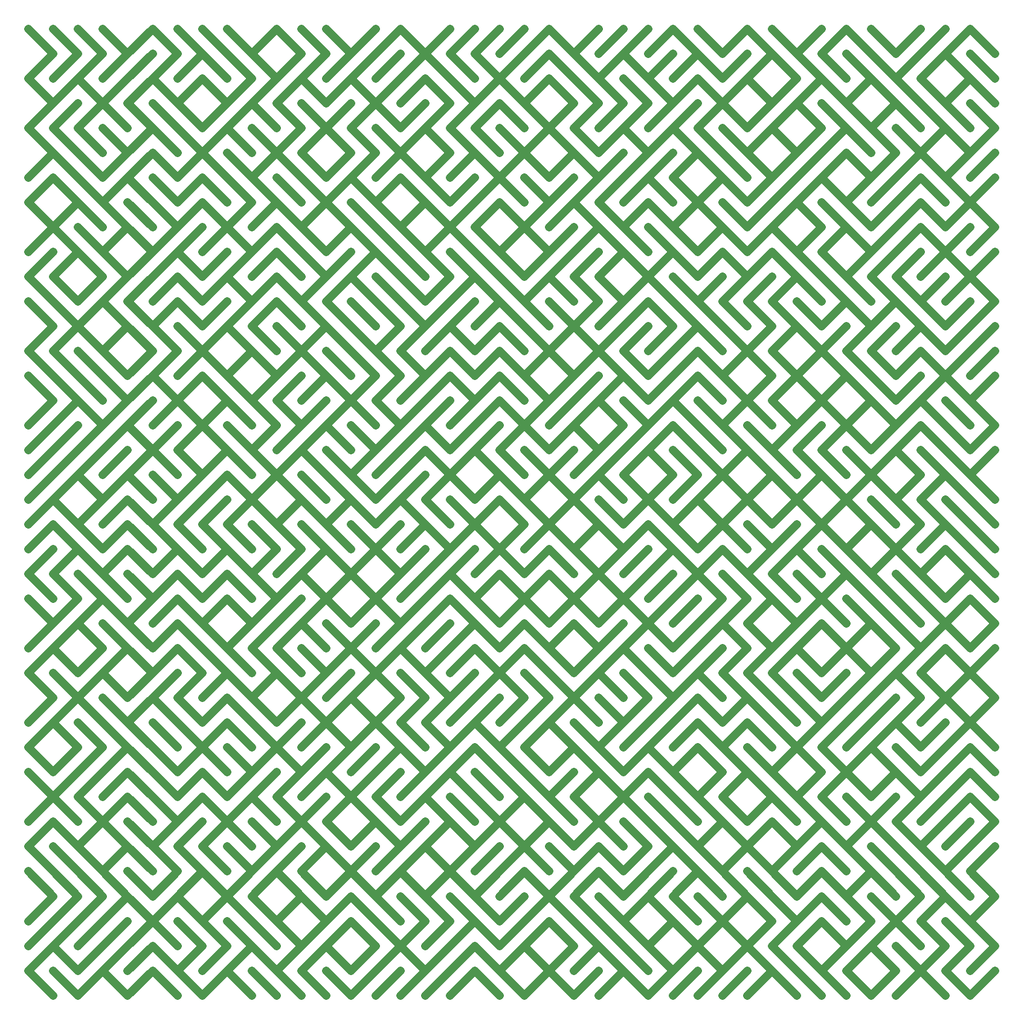
<source format=gtl>
G04 #@! TF.GenerationSoftware,KiCad,Pcbnew,8.0.5*
G04 #@! TF.CreationDate,2024-10-08T22:33:10+02:00*
G04 #@! TF.ProjectId,plate,706c6174-652e-46b6-9963-61645f706362,rev?*
G04 #@! TF.SameCoordinates,Original*
G04 #@! TF.FileFunction,Copper,L1,Top*
G04 #@! TF.FilePolarity,Positive*
%FSLAX46Y46*%
G04 Gerber Fmt 4.6, Leading zero omitted, Abs format (unit mm)*
G04 Created by KiCad (PCBNEW 8.0.5) date 2024-10-08 22:33:10*
%MOMM*%
%LPD*%
G01*
G04 APERTURE LIST*
G04 #@! TA.AperFunction,EtchedComponent*
%ADD10C,1.190624*%
G04 #@! TD*
G04 APERTURE END LIST*
D10*
X19050000Y-19050000D02*
X22523504Y-22523504D01*
X19050000Y-25997008D02*
X22523504Y-22523504D01*
X19050000Y-25997008D02*
X22523504Y-29470512D01*
X19050000Y-32944016D02*
X22523504Y-29470512D01*
X19050000Y-32944016D02*
X22523504Y-36417521D01*
X19050000Y-39891024D02*
X22523504Y-36417521D01*
X19050000Y-43364529D02*
X22523504Y-39891024D01*
X19050000Y-43364529D02*
X22523504Y-46838033D01*
X19050000Y-50311538D02*
X22523504Y-46838033D01*
X19050000Y-53785043D02*
X22523504Y-50311538D01*
X19050000Y-53785043D02*
X22523504Y-57258546D01*
X19050000Y-57258546D02*
X22523504Y-60732049D01*
X19050000Y-64205556D02*
X22523504Y-60732049D01*
X19050000Y-64205556D02*
X22523504Y-67679059D01*
X19050000Y-67679059D02*
X22523504Y-71152562D01*
X19050000Y-74626065D02*
X22523504Y-71152562D01*
X19050000Y-78099568D02*
X22523504Y-74626065D01*
X19050000Y-81573075D02*
X22523504Y-78099568D01*
X19050000Y-85046574D02*
X22523504Y-81573075D01*
X19050000Y-88520085D02*
X22523504Y-85046574D01*
X19050000Y-91993588D02*
X22523504Y-88520085D01*
X19050000Y-95467091D02*
X22523504Y-91993588D01*
X19050000Y-95467091D02*
X22523504Y-98940594D01*
X19050000Y-98940594D02*
X22523504Y-102414098D01*
X19050000Y-105887608D02*
X22523504Y-102414098D01*
X19050000Y-109361111D02*
X22523504Y-105887608D01*
X19050000Y-109361111D02*
X22523504Y-112834615D01*
X19050000Y-116308118D02*
X22523504Y-112834615D01*
X19050000Y-119781621D02*
X22523504Y-116308118D01*
X19050000Y-119781621D02*
X22523504Y-123255124D01*
X19050000Y-123255124D02*
X22523504Y-126728627D01*
X19050000Y-130202130D02*
X22523504Y-126728627D01*
X19050000Y-133675633D02*
X22523504Y-130202130D01*
X19050000Y-133675633D02*
X22523504Y-137149136D01*
X19050000Y-137149136D02*
X22523504Y-140622647D01*
X19050000Y-144096150D02*
X22523504Y-140622647D01*
X19050000Y-147569653D02*
X22523504Y-144096150D01*
X19050000Y-151043149D02*
X22523504Y-147569653D01*
X19050000Y-151043149D02*
X22523504Y-154516660D01*
X22523504Y-19050000D02*
X25997008Y-22523504D01*
X22523504Y-25997008D02*
X25997008Y-22523504D01*
X22523504Y-29470512D02*
X25997008Y-25997008D01*
X22523504Y-32944016D02*
X25997008Y-29470512D01*
X22523504Y-32944016D02*
X25997008Y-36417521D01*
X22523504Y-36417521D02*
X25997008Y-39891024D01*
X22523504Y-39891024D02*
X25997008Y-43364529D01*
X22523504Y-46838033D02*
X25997008Y-43364529D01*
X22523504Y-46838033D02*
X25997008Y-50311538D01*
X22523504Y-53785043D02*
X25997008Y-50311538D01*
X22523504Y-53785043D02*
X25997008Y-57258546D01*
X22523504Y-57258546D02*
X25997008Y-60732049D01*
X22523504Y-64205556D02*
X25997008Y-60732049D01*
X22523504Y-64205556D02*
X25997008Y-67679059D01*
X22523504Y-67679059D02*
X25997008Y-71152562D01*
X22523504Y-74626065D02*
X25997008Y-71152562D01*
X22523504Y-78099568D02*
X25997008Y-74626065D01*
X22523504Y-81573075D02*
X25997008Y-78099568D01*
X22523504Y-85046574D02*
X25997008Y-81573075D01*
X22523504Y-85046574D02*
X25997008Y-88520085D01*
X22523504Y-88520085D02*
X25997008Y-91993588D01*
X22523504Y-95467091D02*
X25997008Y-91993588D01*
X22523504Y-95467091D02*
X25997008Y-98940594D01*
X22523504Y-102414098D02*
X25997008Y-98940594D01*
X22523504Y-105887608D02*
X25997008Y-102414098D01*
X22523504Y-105887608D02*
X25997008Y-109361111D01*
X22523504Y-109361111D02*
X25997008Y-112834615D01*
X22523504Y-116308118D02*
X25997008Y-112834615D01*
X22523504Y-116308118D02*
X25997008Y-119781621D01*
X22523504Y-123255124D02*
X25997008Y-119781621D01*
X22523504Y-126728627D02*
X25997008Y-123255124D01*
X22523504Y-126728627D02*
X25997008Y-130202130D01*
X22523504Y-130202130D02*
X25997008Y-133675633D01*
X22523504Y-133675633D02*
X25997008Y-137149136D01*
X22523504Y-137149136D02*
X25997008Y-140622647D01*
X22523504Y-144096150D02*
X25997008Y-140622647D01*
X22523504Y-147569653D02*
X25997008Y-144096150D01*
X22523504Y-147569653D02*
X25997008Y-151043149D01*
X22523504Y-151043149D02*
X25997008Y-154516660D01*
X25997008Y-19050000D02*
X29470512Y-22523504D01*
X25997008Y-25997008D02*
X29470512Y-22523504D01*
X25997008Y-25997008D02*
X29470512Y-29470512D01*
X25997008Y-32944016D02*
X29470512Y-29470512D01*
X25997008Y-32944016D02*
X29470512Y-36417521D01*
X25997008Y-36417521D02*
X29470512Y-39891024D01*
X25997008Y-39891024D02*
X29470512Y-43364529D01*
X25997008Y-43364529D02*
X29470512Y-46838033D01*
X25997008Y-46838033D02*
X29470512Y-50311538D01*
X25997008Y-50311538D02*
X29470512Y-53785043D01*
X25997008Y-57258546D02*
X29470512Y-53785043D01*
X25997008Y-60732049D02*
X29470512Y-57258546D01*
X25997008Y-60732049D02*
X29470512Y-64205556D01*
X25997008Y-64205556D02*
X29470512Y-67679059D01*
X25997008Y-67679059D02*
X29470512Y-71152562D01*
X25997008Y-71152562D02*
X29470512Y-74626065D01*
X25997008Y-78099568D02*
X29470512Y-74626065D01*
X25997008Y-81573075D02*
X29470512Y-78099568D01*
X25997008Y-81573075D02*
X29470512Y-85046574D01*
X25997008Y-88520085D02*
X29470512Y-85046574D01*
X25997008Y-88520085D02*
X29470512Y-91993588D01*
X25997008Y-91993588D02*
X29470512Y-95467091D01*
X25997008Y-95467091D02*
X29470512Y-98940594D01*
X25997008Y-102414098D02*
X29470512Y-98940594D01*
X25997008Y-102414098D02*
X29470512Y-105887608D01*
X25997008Y-109361111D02*
X29470512Y-105887608D01*
X25997008Y-112834615D02*
X29470512Y-109361111D01*
X25997008Y-112834615D02*
X29470512Y-116308118D01*
X25997008Y-116308118D02*
X29470512Y-119781621D01*
X25997008Y-123255124D02*
X29470512Y-119781621D01*
X25997008Y-126728627D02*
X29470512Y-123255124D01*
X25997008Y-126728627D02*
X29470512Y-130202130D01*
X25997008Y-133675633D02*
X29470512Y-130202130D01*
X25997008Y-133675633D02*
X29470512Y-137149136D01*
X25997008Y-137149136D02*
X29470512Y-140622647D01*
X25997008Y-144096150D02*
X29470512Y-140622647D01*
X25997008Y-147569653D02*
X29470512Y-144096150D01*
X25997008Y-151043149D02*
X29470512Y-147569653D01*
X25997008Y-154516660D02*
X29470512Y-151043149D01*
X29470512Y-19050000D02*
X32944016Y-22523504D01*
X29470512Y-25997008D02*
X32944016Y-22523504D01*
X29470512Y-29470512D02*
X32944016Y-25997008D01*
X29470512Y-29470512D02*
X32944016Y-32944016D01*
X29470512Y-32944016D02*
X32944016Y-36417521D01*
X29470512Y-39891024D02*
X32944016Y-36417521D01*
X29470512Y-43364529D02*
X32944016Y-39891024D01*
X29470512Y-43364529D02*
X32944016Y-46838033D01*
X29470512Y-50311538D02*
X32944016Y-46838033D01*
X29470512Y-50311538D02*
X32944016Y-53785043D01*
X29470512Y-57258546D02*
X32944016Y-53785043D01*
X29470512Y-57258546D02*
X32944016Y-60732049D01*
X29470512Y-64205556D02*
X32944016Y-60732049D01*
X29470512Y-64205556D02*
X32944016Y-67679059D01*
X29470512Y-67679059D02*
X32944016Y-71152562D01*
X29470512Y-74626065D02*
X32944016Y-71152562D01*
X29470512Y-78099568D02*
X32944016Y-74626065D01*
X29470512Y-81573075D02*
X32944016Y-78099568D01*
X29470512Y-85046574D02*
X32944016Y-81573075D01*
X29470512Y-88520085D02*
X32944016Y-85046574D01*
X29470512Y-91993588D02*
X32944016Y-88520085D01*
X29470512Y-95467091D02*
X32944016Y-91993588D01*
X29470512Y-95467091D02*
X32944016Y-98940594D01*
X29470512Y-98940594D02*
X32944016Y-102414098D01*
X29470512Y-102414098D02*
X32944016Y-105887608D01*
X29470512Y-109361111D02*
X32944016Y-105887608D01*
X29470512Y-109361111D02*
X32944016Y-112834615D01*
X29470512Y-112834615D02*
X32944016Y-116308118D01*
X29470512Y-116308118D02*
X32944016Y-119781621D01*
X29470512Y-123255124D02*
X32944016Y-119781621D01*
X29470512Y-126728627D02*
X32944016Y-123255124D01*
X29470512Y-130202130D02*
X32944016Y-126728627D01*
X29470512Y-130202130D02*
X32944016Y-133675633D01*
X29470512Y-137149136D02*
X32944016Y-133675633D01*
X29470512Y-137149136D02*
X32944016Y-140622647D01*
X29470512Y-144096150D02*
X32944016Y-140622647D01*
X29470512Y-147569653D02*
X32944016Y-144096150D01*
X29470512Y-151043149D02*
X32944016Y-147569653D01*
X29470512Y-151043149D02*
X32944016Y-154516660D01*
X32944016Y-22523504D02*
X36417521Y-19050000D01*
X32944016Y-25997008D02*
X36417521Y-22523504D01*
X32944016Y-29470512D02*
X36417521Y-25997008D01*
X32944016Y-29470512D02*
X36417521Y-32944016D01*
X32944016Y-36417521D02*
X36417521Y-32944016D01*
X32944016Y-39891024D02*
X36417521Y-36417521D01*
X32944016Y-39891024D02*
X36417521Y-43364529D01*
X32944016Y-43364529D02*
X36417521Y-46838033D01*
X32944016Y-46838033D02*
X36417521Y-50311538D01*
X32944016Y-53785043D02*
X36417521Y-50311538D01*
X32944016Y-57258546D02*
X36417521Y-53785043D01*
X32944016Y-57258546D02*
X36417521Y-60732049D01*
X32944016Y-60732049D02*
X36417521Y-64205556D01*
X32944016Y-67679059D02*
X36417521Y-64205556D01*
X32944016Y-71152562D02*
X36417521Y-67679059D01*
X32944016Y-74626065D02*
X36417521Y-71152562D01*
X32944016Y-74626065D02*
X36417521Y-78099568D01*
X32944016Y-81573075D02*
X36417521Y-78099568D01*
X32944016Y-81573075D02*
X36417521Y-85046574D01*
X32944016Y-85046574D02*
X36417521Y-88520085D01*
X32944016Y-88520085D02*
X36417521Y-91993588D01*
X32944016Y-91993588D02*
X36417521Y-95467091D01*
X32944016Y-95467091D02*
X36417521Y-98940594D01*
X32944016Y-102414098D02*
X36417521Y-98940594D01*
X32944016Y-102414098D02*
X36417521Y-105887608D01*
X32944016Y-105887608D02*
X36417521Y-109361111D01*
X32944016Y-112834615D02*
X36417521Y-109361111D01*
X32944016Y-116308118D02*
X36417521Y-112834615D01*
X32944016Y-116308118D02*
X36417521Y-119781621D01*
X32944016Y-119781621D02*
X36417521Y-123255124D01*
X32944016Y-123255124D02*
X36417521Y-126728627D01*
X32944016Y-126728627D02*
X36417521Y-130202130D01*
X32944016Y-130202130D02*
X36417521Y-133675633D01*
X32944016Y-133675633D02*
X36417521Y-137149136D01*
X32944016Y-137149136D02*
X36417521Y-140622647D01*
X32944016Y-140622647D02*
X36417521Y-144096150D01*
X32944016Y-147569653D02*
X36417521Y-144096150D01*
X32944016Y-151043149D02*
X36417521Y-147569653D01*
X32944016Y-154516660D02*
X36417521Y-151043149D01*
X36417521Y-19050000D02*
X39891024Y-22523504D01*
X36417521Y-25997008D02*
X39891024Y-22523504D01*
X36417521Y-25997008D02*
X39891024Y-29470512D01*
X36417521Y-29470512D02*
X39891024Y-32944016D01*
X36417521Y-32944016D02*
X39891024Y-36417521D01*
X36417521Y-36417521D02*
X39891024Y-39891024D01*
X36417521Y-39891024D02*
X39891024Y-43364529D01*
X36417521Y-43364529D02*
X39891024Y-46838033D01*
X36417521Y-50311538D02*
X39891024Y-46838033D01*
X36417521Y-53785043D02*
X39891024Y-50311538D01*
X36417521Y-57258546D02*
X39891024Y-53785043D01*
X36417521Y-60732049D02*
X39891024Y-57258546D01*
X36417521Y-60732049D02*
X39891024Y-64205556D01*
X36417521Y-67679059D02*
X39891024Y-64205556D01*
X36417521Y-67679059D02*
X39891024Y-71152562D01*
X36417521Y-74626065D02*
X39891024Y-71152562D01*
X36417521Y-78099568D02*
X39891024Y-74626065D01*
X36417521Y-78099568D02*
X39891024Y-81573075D01*
X36417521Y-81573075D02*
X39891024Y-85046574D01*
X36417521Y-88520085D02*
X39891024Y-85046574D01*
X36417521Y-88520085D02*
X39891024Y-91993588D01*
X36417521Y-95467091D02*
X39891024Y-91993588D01*
X36417521Y-98940594D02*
X39891024Y-95467091D01*
X36417521Y-102414098D02*
X39891024Y-98940594D01*
X36417521Y-105887608D02*
X39891024Y-102414098D01*
X36417521Y-109361111D02*
X39891024Y-105887608D01*
X36417521Y-112834615D02*
X39891024Y-109361111D01*
X36417521Y-112834615D02*
X39891024Y-116308118D01*
X36417521Y-116308118D02*
X39891024Y-119781621D01*
X36417521Y-119781621D02*
X39891024Y-123255124D01*
X36417521Y-123255124D02*
X39891024Y-126728627D01*
X36417521Y-126728627D02*
X39891024Y-130202130D01*
X36417521Y-133675633D02*
X39891024Y-130202130D01*
X36417521Y-133675633D02*
X39891024Y-137149136D01*
X36417521Y-140622647D02*
X39891024Y-137149136D01*
X36417521Y-144096150D02*
X39891024Y-140622647D01*
X36417521Y-144096150D02*
X39891024Y-147569653D01*
X36417521Y-147569653D02*
X39891024Y-151043149D01*
X36417521Y-151043149D02*
X39891024Y-154516660D01*
X39891024Y-19050000D02*
X43364529Y-22523504D01*
X39891024Y-25997008D02*
X43364529Y-22523504D01*
X39891024Y-29470512D02*
X43364529Y-25997008D01*
X39891024Y-29470512D02*
X43364529Y-32944016D01*
X39891024Y-32944016D02*
X43364529Y-36417521D01*
X39891024Y-39891024D02*
X43364529Y-36417521D01*
X39891024Y-43364529D02*
X43364529Y-39891024D01*
X39891024Y-46838033D02*
X43364529Y-43364529D01*
X39891024Y-50311538D02*
X43364529Y-46838033D01*
X39891024Y-50311538D02*
X43364529Y-53785043D01*
X39891024Y-53785043D02*
X43364529Y-57258546D01*
X39891024Y-57258546D02*
X43364529Y-60732049D01*
X39891024Y-60732049D02*
X43364529Y-64205556D01*
X39891024Y-67679059D02*
X43364529Y-64205556D01*
X39891024Y-71152562D02*
X43364529Y-67679059D01*
X39891024Y-71152562D02*
X43364529Y-74626065D01*
X39891024Y-78099568D02*
X43364529Y-74626065D01*
X39891024Y-78099568D02*
X43364529Y-81573075D01*
X39891024Y-85046574D02*
X43364529Y-81573075D01*
X39891024Y-88520085D02*
X43364529Y-85046574D01*
X39891024Y-88520085D02*
X43364529Y-91993588D01*
X39891024Y-91993588D02*
X43364529Y-95467091D01*
X39891024Y-95467091D02*
X43364529Y-98940594D01*
X39891024Y-98940594D02*
X43364529Y-102414098D01*
X39891024Y-102414098D02*
X43364529Y-105887608D01*
X39891024Y-105887608D02*
X43364529Y-109361111D01*
X39891024Y-112834615D02*
X43364529Y-109361111D01*
X39891024Y-112834615D02*
X43364529Y-116308118D01*
X39891024Y-116308118D02*
X43364529Y-119781621D01*
X39891024Y-123255124D02*
X43364529Y-119781621D01*
X39891024Y-126728627D02*
X43364529Y-123255124D01*
X39891024Y-130202130D02*
X43364529Y-126728627D01*
X39891024Y-133675633D02*
X43364529Y-130202130D01*
X39891024Y-133675633D02*
X43364529Y-137149136D01*
X39891024Y-140622647D02*
X43364529Y-137149136D01*
X39891024Y-140622647D02*
X43364529Y-144096150D01*
X39891024Y-144096150D02*
X43364529Y-147569653D01*
X39891024Y-151043149D02*
X43364529Y-147569653D01*
X39891024Y-151043149D02*
X43364529Y-154516660D01*
X43364529Y-19050000D02*
X46838033Y-22523504D01*
X43364529Y-22523504D02*
X46838033Y-25997008D01*
X43364529Y-25997008D02*
X46838033Y-29470512D01*
X43364529Y-32944016D02*
X46838033Y-29470512D01*
X43364529Y-36417521D02*
X46838033Y-32944016D01*
X43364529Y-36417521D02*
X46838033Y-39891024D01*
X43364529Y-39891024D02*
X46838033Y-43364529D01*
X43364529Y-43364529D02*
X46838033Y-46838033D01*
X43364529Y-50311538D02*
X46838033Y-46838033D01*
X43364529Y-53785043D02*
X46838033Y-50311538D01*
X43364529Y-57258546D02*
X46838033Y-53785043D01*
X43364529Y-60732049D02*
X46838033Y-57258546D01*
X43364529Y-64205556D02*
X46838033Y-60732049D01*
X43364529Y-64205556D02*
X46838033Y-67679059D01*
X43364529Y-67679059D02*
X46838033Y-71152562D01*
X43364529Y-74626065D02*
X46838033Y-71152562D01*
X43364529Y-74626065D02*
X46838033Y-78099568D01*
X43364529Y-81573075D02*
X46838033Y-78099568D01*
X43364529Y-85046574D02*
X46838033Y-81573075D01*
X43364529Y-88520085D02*
X46838033Y-85046574D01*
X43364529Y-88520085D02*
X46838033Y-91993588D01*
X43364529Y-95467091D02*
X46838033Y-91993588D01*
X43364529Y-98940594D02*
X46838033Y-95467091D01*
X43364529Y-102414098D02*
X46838033Y-98940594D01*
X43364529Y-102414098D02*
X46838033Y-105887608D01*
X43364529Y-105887608D02*
X46838033Y-109361111D01*
X43364529Y-112834615D02*
X46838033Y-109361111D01*
X43364529Y-116308118D02*
X46838033Y-112834615D01*
X43364529Y-119781621D02*
X46838033Y-116308118D01*
X43364529Y-119781621D02*
X46838033Y-123255124D01*
X43364529Y-123255124D02*
X46838033Y-126728627D01*
X43364529Y-126728627D02*
X46838033Y-130202130D01*
X43364529Y-133675633D02*
X46838033Y-130202130D01*
X43364529Y-133675633D02*
X46838033Y-137149136D01*
X43364529Y-137149136D02*
X46838033Y-140622647D01*
X43364529Y-144096150D02*
X46838033Y-140622647D01*
X43364529Y-144096150D02*
X46838033Y-147569653D01*
X43364529Y-151043149D02*
X46838033Y-147569653D01*
X43364529Y-154516660D02*
X46838033Y-151043149D01*
X46838033Y-19050000D02*
X50311538Y-22523504D01*
X46838033Y-22523504D02*
X50311538Y-25997008D01*
X46838033Y-29470512D02*
X50311538Y-25997008D01*
X46838033Y-32944016D02*
X50311538Y-29470512D01*
X46838033Y-32944016D02*
X50311538Y-36417521D01*
X46838033Y-36417521D02*
X50311538Y-39891024D01*
X46838033Y-39891024D02*
X50311538Y-43364529D01*
X46838033Y-46838033D02*
X50311538Y-43364529D01*
X46838033Y-46838033D02*
X50311538Y-50311538D01*
X46838033Y-53785043D02*
X50311538Y-50311538D01*
X46838033Y-53785043D02*
X50311538Y-57258546D01*
X46838033Y-60732049D02*
X50311538Y-57258546D01*
X46838033Y-60732049D02*
X50311538Y-64205556D01*
X46838033Y-67679059D02*
X50311538Y-64205556D01*
X46838033Y-67679059D02*
X50311538Y-71152562D01*
X46838033Y-71152562D02*
X50311538Y-74626065D01*
X46838033Y-74626065D02*
X50311538Y-78099568D01*
X46838033Y-78099568D02*
X50311538Y-81573075D01*
X46838033Y-81573075D02*
X50311538Y-85046574D01*
X46838033Y-88520085D02*
X50311538Y-85046574D01*
X46838033Y-88520085D02*
X50311538Y-91993588D01*
X46838033Y-91993588D02*
X50311538Y-95467091D01*
X46838033Y-95467091D02*
X50311538Y-98940594D01*
X46838033Y-98940594D02*
X50311538Y-102414098D01*
X46838033Y-105887608D02*
X50311538Y-102414098D01*
X46838033Y-105887608D02*
X50311538Y-109361111D01*
X46838033Y-109361111D02*
X50311538Y-112834615D01*
X46838033Y-112834615D02*
X50311538Y-116308118D01*
X46838033Y-116308118D02*
X50311538Y-119781621D01*
X46838033Y-119781621D02*
X50311538Y-123255124D01*
X46838033Y-126728627D02*
X50311538Y-123255124D01*
X46838033Y-130202130D02*
X50311538Y-126728627D01*
X46838033Y-130202130D02*
X50311538Y-133675633D01*
X46838033Y-133675633D02*
X50311538Y-137149136D01*
X46838033Y-140622647D02*
X50311538Y-137149136D01*
X46838033Y-140622647D02*
X50311538Y-144096150D01*
X46838033Y-144096150D02*
X50311538Y-147569653D01*
X46838033Y-151043149D02*
X50311538Y-147569653D01*
X46838033Y-151043149D02*
X50311538Y-154516660D01*
X50311538Y-22523504D02*
X53785043Y-19050000D01*
X50311538Y-22523504D02*
X53785043Y-25997008D01*
X50311538Y-29470512D02*
X53785043Y-25997008D01*
X50311538Y-29470512D02*
X53785043Y-32944016D01*
X50311538Y-32944016D02*
X53785043Y-36417521D01*
X50311538Y-39891024D02*
X53785043Y-36417521D01*
X50311538Y-39891024D02*
X53785043Y-43364529D01*
X50311538Y-46838033D02*
X53785043Y-43364529D01*
X50311538Y-50311538D02*
X53785043Y-46838033D01*
X50311538Y-53785043D02*
X53785043Y-50311538D01*
X50311538Y-57258546D02*
X53785043Y-53785043D01*
X50311538Y-60732049D02*
X53785043Y-57258546D01*
X50311538Y-60732049D02*
X53785043Y-64205556D01*
X50311538Y-64205556D02*
X53785043Y-67679059D01*
X50311538Y-71152562D02*
X53785043Y-67679059D01*
X50311538Y-71152562D02*
X53785043Y-74626065D01*
X50311538Y-78099568D02*
X53785043Y-74626065D01*
X50311538Y-78099568D02*
X53785043Y-81573075D01*
X50311538Y-85046574D02*
X53785043Y-81573075D01*
X50311538Y-85046574D02*
X53785043Y-88520085D01*
X50311538Y-88520085D02*
X53785043Y-91993588D01*
X50311538Y-95467091D02*
X53785043Y-91993588D01*
X50311538Y-95467091D02*
X53785043Y-98940594D01*
X50311538Y-102414098D02*
X53785043Y-98940594D01*
X50311538Y-105887608D02*
X53785043Y-102414098D01*
X50311538Y-105887608D02*
X53785043Y-109361111D01*
X50311538Y-112834615D02*
X53785043Y-109361111D01*
X50311538Y-112834615D02*
X53785043Y-116308118D01*
X50311538Y-116308118D02*
X53785043Y-119781621D01*
X50311538Y-123255124D02*
X53785043Y-119781621D01*
X50311538Y-126728627D02*
X53785043Y-123255124D01*
X50311538Y-126728627D02*
X53785043Y-130202130D01*
X50311538Y-130202130D02*
X53785043Y-133675633D01*
X50311538Y-137149136D02*
X53785043Y-133675633D01*
X50311538Y-140622647D02*
X53785043Y-137149136D01*
X50311538Y-140622647D02*
X53785043Y-144096150D01*
X50311538Y-144096150D02*
X53785043Y-147569653D01*
X50311538Y-147569653D02*
X53785043Y-151043149D01*
X50311538Y-151043149D02*
X53785043Y-154516660D01*
X53785043Y-19050000D02*
X57258546Y-22523504D01*
X53785043Y-25997008D02*
X57258546Y-22523504D01*
X53785043Y-29470512D02*
X57258546Y-25997008D01*
X53785043Y-29470512D02*
X57258546Y-32944016D01*
X53785043Y-36417521D02*
X57258546Y-32944016D01*
X53785043Y-36417521D02*
X57258546Y-39891024D01*
X53785043Y-39891024D02*
X57258546Y-43364529D01*
X53785043Y-43364529D02*
X57258546Y-46838033D01*
X53785043Y-46838033D02*
X57258546Y-50311538D01*
X53785043Y-50311538D02*
X57258546Y-53785043D01*
X53785043Y-53785043D02*
X57258546Y-57258546D01*
X53785043Y-57258546D02*
X57258546Y-60732049D01*
X53785043Y-60732049D02*
X57258546Y-64205556D01*
X53785043Y-67679059D02*
X57258546Y-64205556D01*
X53785043Y-71152562D02*
X57258546Y-67679059D01*
X53785043Y-71152562D02*
X57258546Y-74626065D01*
X53785043Y-78099568D02*
X57258546Y-74626065D01*
X53785043Y-81573075D02*
X57258546Y-78099568D01*
X53785043Y-81573075D02*
X57258546Y-85046574D01*
X53785043Y-88520085D02*
X57258546Y-85046574D01*
X53785043Y-88520085D02*
X57258546Y-91993588D01*
X53785043Y-95467091D02*
X57258546Y-91993588D01*
X53785043Y-98940594D02*
X57258546Y-95467091D01*
X53785043Y-102414098D02*
X57258546Y-98940594D01*
X53785043Y-105887608D02*
X57258546Y-102414098D01*
X53785043Y-105887608D02*
X57258546Y-109361111D01*
X53785043Y-109361111D02*
X57258546Y-112834615D01*
X53785043Y-116308118D02*
X57258546Y-112834615D01*
X53785043Y-119781621D02*
X57258546Y-116308118D01*
X53785043Y-119781621D02*
X57258546Y-123255124D01*
X53785043Y-126728627D02*
X57258546Y-123255124D01*
X53785043Y-126728627D02*
X57258546Y-130202130D01*
X53785043Y-133675633D02*
X57258546Y-130202130D01*
X53785043Y-137149136D02*
X57258546Y-133675633D01*
X53785043Y-137149136D02*
X57258546Y-140622647D01*
X53785043Y-144096150D02*
X57258546Y-140622647D01*
X53785043Y-144096150D02*
X57258546Y-147569653D01*
X53785043Y-151043149D02*
X57258546Y-147569653D01*
X53785043Y-151043149D02*
X57258546Y-154516660D01*
X57258546Y-19050000D02*
X60732049Y-22523504D01*
X57258546Y-25997008D02*
X60732049Y-22523504D01*
X57258546Y-25997008D02*
X60732049Y-29470512D01*
X57258546Y-29470512D02*
X60732049Y-32944016D01*
X57258546Y-36417521D02*
X60732049Y-32944016D01*
X57258546Y-36417521D02*
X60732049Y-39891024D01*
X57258546Y-39891024D02*
X60732049Y-43364529D01*
X57258546Y-46838033D02*
X60732049Y-43364529D01*
X57258546Y-46838033D02*
X60732049Y-50311538D01*
X57258546Y-50311538D02*
X60732049Y-53785043D01*
X57258546Y-57258546D02*
X60732049Y-53785043D01*
X57258546Y-57258546D02*
X60732049Y-60732049D01*
X57258546Y-64205556D02*
X60732049Y-60732049D01*
X57258546Y-64205556D02*
X60732049Y-67679059D01*
X57258546Y-71152562D02*
X60732049Y-67679059D01*
X57258546Y-74626065D02*
X60732049Y-71152562D01*
X57258546Y-78099568D02*
X60732049Y-74626065D01*
X57258546Y-78099568D02*
X60732049Y-81573075D01*
X57258546Y-81573075D02*
X60732049Y-85046574D01*
X57258546Y-85046574D02*
X60732049Y-88520085D01*
X57258546Y-88520085D02*
X60732049Y-91993588D01*
X57258546Y-95467091D02*
X60732049Y-91993588D01*
X57258546Y-95467091D02*
X60732049Y-98940594D01*
X57258546Y-102414098D02*
X60732049Y-98940594D01*
X57258546Y-102414098D02*
X60732049Y-105887608D01*
X57258546Y-105887608D02*
X60732049Y-109361111D01*
X57258546Y-112834615D02*
X60732049Y-109361111D01*
X57258546Y-112834615D02*
X60732049Y-116308118D01*
X57258546Y-119781621D02*
X60732049Y-116308118D01*
X57258546Y-123255124D02*
X60732049Y-119781621D01*
X57258546Y-126728627D02*
X60732049Y-123255124D01*
X57258546Y-130202130D02*
X60732049Y-126728627D01*
X57258546Y-130202130D02*
X60732049Y-133675633D01*
X57258546Y-137149136D02*
X60732049Y-133675633D01*
X57258546Y-137149136D02*
X60732049Y-140622647D01*
X57258546Y-140622647D02*
X60732049Y-144096150D01*
X57258546Y-147569653D02*
X60732049Y-144096150D01*
X57258546Y-151043149D02*
X60732049Y-147569653D01*
X57258546Y-151043149D02*
X60732049Y-154516660D01*
X60732049Y-19050000D02*
X64205556Y-22523504D01*
X60732049Y-25997008D02*
X64205556Y-22523504D01*
X60732049Y-29470512D02*
X64205556Y-25997008D01*
X60732049Y-32944016D02*
X64205556Y-29470512D01*
X60732049Y-32944016D02*
X64205556Y-36417521D01*
X60732049Y-39891024D02*
X64205556Y-36417521D01*
X60732049Y-43364529D02*
X64205556Y-39891024D01*
X60732049Y-43364529D02*
X64205556Y-46838033D01*
X60732049Y-50311538D02*
X64205556Y-46838033D01*
X60732049Y-53785043D02*
X64205556Y-50311538D01*
X60732049Y-57258546D02*
X64205556Y-53785043D01*
X60732049Y-57258546D02*
X64205556Y-60732049D01*
X60732049Y-60732049D02*
X64205556Y-64205556D01*
X60732049Y-64205556D02*
X64205556Y-67679059D01*
X60732049Y-67679059D02*
X64205556Y-71152562D01*
X60732049Y-74626065D02*
X64205556Y-71152562D01*
X60732049Y-74626065D02*
X64205556Y-78099568D01*
X60732049Y-78099568D02*
X64205556Y-81573075D01*
X60732049Y-81573075D02*
X64205556Y-85046574D01*
X60732049Y-88520085D02*
X64205556Y-85046574D01*
X60732049Y-88520085D02*
X64205556Y-91993588D01*
X60732049Y-91993588D02*
X64205556Y-95467091D01*
X60732049Y-98940594D02*
X64205556Y-95467091D01*
X60732049Y-98940594D02*
X64205556Y-102414098D01*
X60732049Y-102414098D02*
X64205556Y-105887608D01*
X60732049Y-109361111D02*
X64205556Y-105887608D01*
X60732049Y-112834615D02*
X64205556Y-109361111D01*
X60732049Y-116308118D02*
X64205556Y-112834615D01*
X60732049Y-116308118D02*
X64205556Y-119781621D01*
X60732049Y-123255124D02*
X64205556Y-119781621D01*
X60732049Y-123255124D02*
X64205556Y-126728627D01*
X60732049Y-130202130D02*
X64205556Y-126728627D01*
X60732049Y-130202130D02*
X64205556Y-133675633D01*
X60732049Y-133675633D02*
X64205556Y-137149136D01*
X60732049Y-140622647D02*
X64205556Y-137149136D01*
X60732049Y-144096150D02*
X64205556Y-140622647D01*
X60732049Y-147569653D02*
X64205556Y-144096150D01*
X60732049Y-147569653D02*
X64205556Y-151043149D01*
X60732049Y-151043149D02*
X64205556Y-154516660D01*
X64205556Y-22523504D02*
X67679059Y-19050000D01*
X64205556Y-25997008D02*
X67679059Y-22523504D01*
X64205556Y-25997008D02*
X67679059Y-29470512D01*
X64205556Y-32944016D02*
X67679059Y-29470512D01*
X64205556Y-32944016D02*
X67679059Y-36417521D01*
X64205556Y-39891024D02*
X67679059Y-36417521D01*
X64205556Y-39891024D02*
X67679059Y-43364529D01*
X64205556Y-43364529D02*
X67679059Y-46838033D01*
X64205556Y-46838033D02*
X67679059Y-50311538D01*
X64205556Y-53785043D02*
X67679059Y-50311538D01*
X64205556Y-53785043D02*
X67679059Y-57258546D01*
X64205556Y-57258546D02*
X67679059Y-60732049D01*
X64205556Y-60732049D02*
X67679059Y-64205556D01*
X64205556Y-64205556D02*
X67679059Y-67679059D01*
X64205556Y-71152562D02*
X67679059Y-67679059D01*
X64205556Y-71152562D02*
X67679059Y-74626065D01*
X64205556Y-74626065D02*
X67679059Y-78099568D01*
X64205556Y-81573075D02*
X67679059Y-78099568D01*
X64205556Y-81573075D02*
X67679059Y-85046574D01*
X64205556Y-85046574D02*
X67679059Y-88520085D01*
X64205556Y-88520085D02*
X67679059Y-91993588D01*
X64205556Y-95467091D02*
X67679059Y-91993588D01*
X64205556Y-95467091D02*
X67679059Y-98940594D01*
X64205556Y-102414098D02*
X67679059Y-98940594D01*
X64205556Y-105887608D02*
X67679059Y-102414098D01*
X64205556Y-105887608D02*
X67679059Y-109361111D01*
X64205556Y-112834615D02*
X67679059Y-109361111D01*
X64205556Y-112834615D02*
X67679059Y-116308118D01*
X64205556Y-119781621D02*
X67679059Y-116308118D01*
X64205556Y-123255124D02*
X67679059Y-119781621D01*
X64205556Y-126728627D02*
X67679059Y-123255124D01*
X64205556Y-126728627D02*
X67679059Y-130202130D01*
X64205556Y-133675633D02*
X67679059Y-130202130D01*
X64205556Y-137149136D02*
X67679059Y-133675633D01*
X64205556Y-137149136D02*
X67679059Y-140622647D01*
X64205556Y-140622647D02*
X67679059Y-144096150D01*
X64205556Y-144096150D02*
X67679059Y-147569653D01*
X64205556Y-151043149D02*
X67679059Y-147569653D01*
X64205556Y-154516660D02*
X67679059Y-151043149D01*
X67679059Y-22523504D02*
X71152562Y-19050000D01*
X67679059Y-25997008D02*
X71152562Y-22523504D01*
X67679059Y-29470512D02*
X71152562Y-25997008D01*
X67679059Y-29470512D02*
X71152562Y-32944016D01*
X67679059Y-32944016D02*
X71152562Y-36417521D01*
X67679059Y-39891024D02*
X71152562Y-36417521D01*
X67679059Y-43364529D02*
X71152562Y-39891024D01*
X67679059Y-43364529D02*
X71152562Y-46838033D01*
X67679059Y-46838033D02*
X71152562Y-50311538D01*
X67679059Y-50311538D02*
X71152562Y-53785043D01*
X67679059Y-53785043D02*
X71152562Y-57258546D01*
X67679059Y-57258546D02*
X71152562Y-60732049D01*
X67679059Y-64205556D02*
X71152562Y-60732049D01*
X67679059Y-64205556D02*
X71152562Y-67679059D01*
X67679059Y-71152562D02*
X71152562Y-67679059D01*
X67679059Y-71152562D02*
X71152562Y-74626065D01*
X67679059Y-78099568D02*
X71152562Y-74626065D01*
X67679059Y-81573075D02*
X71152562Y-78099568D01*
X67679059Y-85046574D02*
X71152562Y-81573075D01*
X67679059Y-88520085D02*
X71152562Y-85046574D01*
X67679059Y-91993588D02*
X71152562Y-88520085D01*
X67679059Y-91993588D02*
X71152562Y-95467091D01*
X67679059Y-98940594D02*
X71152562Y-95467091D01*
X67679059Y-98940594D02*
X71152562Y-102414098D01*
X67679059Y-105887608D02*
X71152562Y-102414098D01*
X67679059Y-109361111D02*
X71152562Y-105887608D01*
X67679059Y-109361111D02*
X71152562Y-112834615D01*
X67679059Y-116308118D02*
X71152562Y-112834615D01*
X67679059Y-116308118D02*
X71152562Y-119781621D01*
X67679059Y-123255124D02*
X71152562Y-119781621D01*
X67679059Y-126728627D02*
X71152562Y-123255124D01*
X67679059Y-126728627D02*
X71152562Y-130202130D01*
X67679059Y-130202130D02*
X71152562Y-133675633D01*
X67679059Y-137149136D02*
X71152562Y-133675633D01*
X67679059Y-140622647D02*
X71152562Y-137149136D01*
X67679059Y-140622647D02*
X71152562Y-144096150D01*
X67679059Y-144096150D02*
X71152562Y-147569653D01*
X67679059Y-151043149D02*
X71152562Y-147569653D01*
X67679059Y-154516660D02*
X71152562Y-151043149D01*
X71152562Y-19050000D02*
X74626065Y-22523504D01*
X71152562Y-25997008D02*
X74626065Y-22523504D01*
X71152562Y-29470512D02*
X74626065Y-25997008D01*
X71152562Y-32944016D02*
X74626065Y-29470512D01*
X71152562Y-36417521D02*
X74626065Y-32944016D01*
X71152562Y-36417521D02*
X74626065Y-39891024D01*
X71152562Y-39891024D02*
X74626065Y-43364529D01*
X71152562Y-46838033D02*
X74626065Y-43364529D01*
X71152562Y-46838033D02*
X74626065Y-50311538D01*
X71152562Y-50311538D02*
X74626065Y-53785043D01*
X71152562Y-53785043D02*
X74626065Y-57258546D01*
X71152562Y-57258546D02*
X74626065Y-60732049D01*
X71152562Y-64205556D02*
X74626065Y-60732049D01*
X71152562Y-64205556D02*
X74626065Y-67679059D01*
X71152562Y-71152562D02*
X74626065Y-67679059D01*
X71152562Y-74626065D02*
X74626065Y-71152562D01*
X71152562Y-78099568D02*
X74626065Y-74626065D01*
X71152562Y-81573075D02*
X74626065Y-78099568D01*
X71152562Y-85046574D02*
X74626065Y-81573075D01*
X71152562Y-85046574D02*
X74626065Y-88520085D01*
X71152562Y-91993588D02*
X74626065Y-88520085D01*
X71152562Y-95467091D02*
X74626065Y-91993588D01*
X71152562Y-98940594D02*
X74626065Y-95467091D01*
X71152562Y-102414098D02*
X74626065Y-98940594D01*
X71152562Y-105887608D02*
X74626065Y-102414098D01*
X71152562Y-105887608D02*
X74626065Y-109361111D01*
X71152562Y-109361111D02*
X74626065Y-112834615D01*
X71152562Y-116308118D02*
X74626065Y-112834615D01*
X71152562Y-116308118D02*
X74626065Y-119781621D01*
X71152562Y-119781621D02*
X74626065Y-123255124D01*
X71152562Y-126728627D02*
X74626065Y-123255124D01*
X71152562Y-130202130D02*
X74626065Y-126728627D01*
X71152562Y-133675633D02*
X74626065Y-130202130D01*
X71152562Y-137149136D02*
X74626065Y-133675633D01*
X71152562Y-137149136D02*
X74626065Y-140622647D01*
X71152562Y-140622647D02*
X74626065Y-144096150D01*
X71152562Y-147569653D02*
X74626065Y-144096150D01*
X71152562Y-147569653D02*
X74626065Y-151043149D01*
X71152562Y-154516660D02*
X74626065Y-151043149D01*
X74626065Y-22523504D02*
X78099568Y-19050000D01*
X74626065Y-22523504D02*
X78099568Y-25997008D01*
X74626065Y-25997008D02*
X78099568Y-29470512D01*
X74626065Y-32944016D02*
X78099568Y-29470512D01*
X74626065Y-32944016D02*
X78099568Y-36417521D01*
X74626065Y-39891024D02*
X78099568Y-36417521D01*
X74626065Y-39891024D02*
X78099568Y-43364529D01*
X74626065Y-43364529D02*
X78099568Y-46838033D01*
X74626065Y-50311538D02*
X78099568Y-46838033D01*
X74626065Y-50311538D02*
X78099568Y-53785043D01*
X74626065Y-57258546D02*
X78099568Y-53785043D01*
X74626065Y-60732049D02*
X78099568Y-57258546D01*
X74626065Y-64205556D02*
X78099568Y-60732049D01*
X74626065Y-67679059D02*
X78099568Y-64205556D01*
X74626065Y-71152562D02*
X78099568Y-67679059D01*
X74626065Y-74626065D02*
X78099568Y-71152562D01*
X74626065Y-74626065D02*
X78099568Y-78099568D01*
X74626065Y-78099568D02*
X78099568Y-81573075D01*
X74626065Y-85046574D02*
X78099568Y-81573075D01*
X74626065Y-85046574D02*
X78099568Y-88520085D01*
X74626065Y-88520085D02*
X78099568Y-91993588D01*
X74626065Y-95467091D02*
X78099568Y-91993588D01*
X74626065Y-98940594D02*
X78099568Y-95467091D01*
X74626065Y-102414098D02*
X78099568Y-98940594D01*
X74626065Y-105887608D02*
X78099568Y-102414098D01*
X74626065Y-109361111D02*
X78099568Y-105887608D01*
X74626065Y-109361111D02*
X78099568Y-112834615D01*
X74626065Y-116308118D02*
X78099568Y-112834615D01*
X74626065Y-116308118D02*
X78099568Y-119781621D01*
X74626065Y-123255124D02*
X78099568Y-119781621D01*
X74626065Y-126728627D02*
X78099568Y-123255124D01*
X74626065Y-126728627D02*
X78099568Y-130202130D01*
X74626065Y-133675633D02*
X78099568Y-130202130D01*
X74626065Y-133675633D02*
X78099568Y-137149136D01*
X74626065Y-140622647D02*
X78099568Y-137149136D01*
X74626065Y-140622647D02*
X78099568Y-144096150D01*
X74626065Y-147569653D02*
X78099568Y-144096150D01*
X74626065Y-151043149D02*
X78099568Y-147569653D01*
X74626065Y-154516660D02*
X78099568Y-151043149D01*
X78099568Y-22523504D02*
X81573075Y-19050000D01*
X78099568Y-22523504D02*
X81573075Y-25997008D01*
X78099568Y-25997008D02*
X81573075Y-29470512D01*
X78099568Y-32944016D02*
X81573075Y-29470512D01*
X78099568Y-32944016D02*
X81573075Y-36417521D01*
X78099568Y-39891024D02*
X81573075Y-36417521D01*
X78099568Y-43364529D02*
X81573075Y-39891024D01*
X78099568Y-46838033D02*
X81573075Y-43364529D01*
X78099568Y-46838033D02*
X81573075Y-50311538D01*
X78099568Y-50311538D02*
X81573075Y-53785043D01*
X78099568Y-57258546D02*
X81573075Y-53785043D01*
X78099568Y-60732049D02*
X81573075Y-57258546D01*
X78099568Y-60732049D02*
X81573075Y-64205556D01*
X78099568Y-64205556D02*
X81573075Y-67679059D01*
X78099568Y-67679059D02*
X81573075Y-71152562D01*
X78099568Y-74626065D02*
X81573075Y-71152562D01*
X78099568Y-78099568D02*
X81573075Y-74626065D01*
X78099568Y-81573075D02*
X81573075Y-78099568D01*
X78099568Y-81573075D02*
X81573075Y-85046574D01*
X78099568Y-85046574D02*
X81573075Y-88520085D01*
X78099568Y-91993588D02*
X81573075Y-88520085D01*
X78099568Y-95467091D02*
X81573075Y-91993588D01*
X78099568Y-95467091D02*
X81573075Y-98940594D01*
X78099568Y-98940594D02*
X81573075Y-102414098D01*
X78099568Y-105887608D02*
X81573075Y-102414098D01*
X78099568Y-109361111D02*
X81573075Y-105887608D01*
X78099568Y-112834615D02*
X81573075Y-109361111D01*
X78099568Y-116308118D02*
X81573075Y-112834615D01*
X78099568Y-119781621D02*
X81573075Y-116308118D01*
X78099568Y-123255124D02*
X81573075Y-119781621D01*
X78099568Y-123255124D02*
X81573075Y-126728627D01*
X78099568Y-126728627D02*
X81573075Y-130202130D01*
X78099568Y-130202130D02*
X81573075Y-133675633D01*
X78099568Y-137149136D02*
X81573075Y-133675633D01*
X78099568Y-137149136D02*
X81573075Y-140622647D01*
X78099568Y-140622647D02*
X81573075Y-144096150D01*
X78099568Y-147569653D02*
X81573075Y-144096150D01*
X78099568Y-151043149D02*
X81573075Y-147569653D01*
X78099568Y-154516660D02*
X81573075Y-151043149D01*
X81573075Y-22523504D02*
X85046574Y-19050000D01*
X81573075Y-22523504D02*
X85046574Y-25997008D01*
X81573075Y-29470512D02*
X85046574Y-25997008D01*
X81573075Y-32944016D02*
X85046574Y-29470512D01*
X81573075Y-32944016D02*
X85046574Y-36417521D01*
X81573075Y-36417521D02*
X85046574Y-39891024D01*
X81573075Y-43364529D02*
X85046574Y-39891024D01*
X81573075Y-46838033D02*
X85046574Y-43364529D01*
X81573075Y-46838033D02*
X85046574Y-50311538D01*
X81573075Y-50311538D02*
X85046574Y-53785043D01*
X81573075Y-53785043D02*
X85046574Y-57258546D01*
X81573075Y-60732049D02*
X85046574Y-57258546D01*
X81573075Y-64205556D02*
X85046574Y-60732049D01*
X81573075Y-67679059D02*
X85046574Y-64205556D01*
X81573075Y-71152562D02*
X85046574Y-67679059D01*
X81573075Y-74626065D02*
X85046574Y-71152562D01*
X81573075Y-78099568D02*
X85046574Y-74626065D01*
X81573075Y-78099568D02*
X85046574Y-81573075D01*
X81573075Y-85046574D02*
X85046574Y-81573075D01*
X81573075Y-88520085D02*
X85046574Y-85046574D01*
X81573075Y-88520085D02*
X85046574Y-91993588D01*
X81573075Y-95467091D02*
X85046574Y-91993588D01*
X81573075Y-98940594D02*
X85046574Y-95467091D01*
X81573075Y-98940594D02*
X85046574Y-102414098D01*
X81573075Y-102414098D02*
X85046574Y-105887608D01*
X81573075Y-105887608D02*
X85046574Y-109361111D01*
X81573075Y-112834615D02*
X85046574Y-109361111D01*
X81573075Y-116308118D02*
X85046574Y-112834615D01*
X81573075Y-116308118D02*
X85046574Y-119781621D01*
X81573075Y-119781621D02*
X85046574Y-123255124D01*
X81573075Y-123255124D02*
X85046574Y-126728627D01*
X81573075Y-126728627D02*
X85046574Y-130202130D01*
X81573075Y-133675633D02*
X85046574Y-130202130D01*
X81573075Y-137149136D02*
X85046574Y-133675633D01*
X81573075Y-140622647D02*
X85046574Y-137149136D01*
X81573075Y-140622647D02*
X85046574Y-144096150D01*
X81573075Y-144096150D02*
X85046574Y-147569653D01*
X81573075Y-147569653D02*
X85046574Y-151043149D01*
X81573075Y-151043149D02*
X85046574Y-154516660D01*
X85046574Y-22523504D02*
X88520085Y-19050000D01*
X85046574Y-25997008D02*
X88520085Y-22523504D01*
X85046574Y-25997008D02*
X88520085Y-29470512D01*
X85046574Y-29470512D02*
X88520085Y-32944016D01*
X85046574Y-32944016D02*
X88520085Y-36417521D01*
X85046574Y-39891024D02*
X88520085Y-36417521D01*
X85046574Y-39891024D02*
X88520085Y-43364529D01*
X85046574Y-43364529D02*
X88520085Y-46838033D01*
X85046574Y-50311538D02*
X88520085Y-46838033D01*
X85046574Y-50311538D02*
X88520085Y-53785043D01*
X85046574Y-53785043D02*
X88520085Y-57258546D01*
X85046574Y-57258546D02*
X88520085Y-60732049D01*
X85046574Y-60732049D02*
X88520085Y-64205556D01*
X85046574Y-64205556D02*
X88520085Y-67679059D01*
X85046574Y-67679059D02*
X88520085Y-71152562D01*
X85046574Y-71152562D02*
X88520085Y-74626065D01*
X85046574Y-78099568D02*
X88520085Y-74626065D01*
X85046574Y-78099568D02*
X88520085Y-81573075D01*
X85046574Y-81573075D02*
X88520085Y-85046574D01*
X85046574Y-85046574D02*
X88520085Y-88520085D01*
X85046574Y-91993588D02*
X88520085Y-88520085D01*
X85046574Y-91993588D02*
X88520085Y-95467091D01*
X85046574Y-95467091D02*
X88520085Y-98940594D01*
X85046574Y-102414098D02*
X88520085Y-98940594D01*
X85046574Y-105887608D02*
X88520085Y-102414098D01*
X85046574Y-109361111D02*
X88520085Y-105887608D01*
X85046574Y-109361111D02*
X88520085Y-112834615D01*
X85046574Y-116308118D02*
X88520085Y-112834615D01*
X85046574Y-119781621D02*
X88520085Y-116308118D01*
X85046574Y-119781621D02*
X88520085Y-123255124D01*
X85046574Y-123255124D02*
X88520085Y-126728627D01*
X85046574Y-130202130D02*
X88520085Y-126728627D01*
X85046574Y-130202130D02*
X88520085Y-133675633D01*
X85046574Y-137149136D02*
X88520085Y-133675633D01*
X85046574Y-140622647D02*
X88520085Y-137149136D01*
X85046574Y-144096150D02*
X88520085Y-140622647D01*
X85046574Y-147569653D02*
X88520085Y-144096150D01*
X85046574Y-151043149D02*
X88520085Y-147569653D01*
X85046574Y-151043149D02*
X88520085Y-154516660D01*
X88520085Y-22523504D02*
X91993588Y-19050000D01*
X88520085Y-25997008D02*
X91993588Y-22523504D01*
X88520085Y-29470512D02*
X91993588Y-25997008D01*
X88520085Y-29470512D02*
X91993588Y-32944016D01*
X88520085Y-36417521D02*
X91993588Y-32944016D01*
X88520085Y-36417521D02*
X91993588Y-39891024D01*
X88520085Y-39891024D02*
X91993588Y-43364529D01*
X88520085Y-46838033D02*
X91993588Y-43364529D01*
X88520085Y-46838033D02*
X91993588Y-50311538D01*
X88520085Y-53785043D02*
X91993588Y-50311538D01*
X88520085Y-57258546D02*
X91993588Y-53785043D01*
X88520085Y-57258546D02*
X91993588Y-60732049D01*
X88520085Y-60732049D02*
X91993588Y-64205556D01*
X88520085Y-67679059D02*
X91993588Y-64205556D01*
X88520085Y-67679059D02*
X91993588Y-71152562D01*
X88520085Y-74626065D02*
X91993588Y-71152562D01*
X88520085Y-74626065D02*
X91993588Y-78099568D01*
X88520085Y-78099568D02*
X91993588Y-81573075D01*
X88520085Y-85046574D02*
X91993588Y-81573075D01*
X88520085Y-85046574D02*
X91993588Y-88520085D01*
X88520085Y-91993588D02*
X91993588Y-88520085D01*
X88520085Y-95467091D02*
X91993588Y-91993588D01*
X88520085Y-98940594D02*
X91993588Y-95467091D01*
X88520085Y-98940594D02*
X91993588Y-102414098D01*
X88520085Y-102414098D02*
X91993588Y-105887608D01*
X88520085Y-105887608D02*
X91993588Y-109361111D01*
X88520085Y-109361111D02*
X91993588Y-112834615D01*
X88520085Y-116308118D02*
X91993588Y-112834615D01*
X88520085Y-119781621D02*
X91993588Y-116308118D01*
X88520085Y-119781621D02*
X91993588Y-123255124D01*
X88520085Y-123255124D02*
X91993588Y-126728627D01*
X88520085Y-126728627D02*
X91993588Y-130202130D01*
X88520085Y-133675633D02*
X91993588Y-130202130D01*
X88520085Y-133675633D02*
X91993588Y-137149136D01*
X88520085Y-137149136D02*
X91993588Y-140622647D01*
X88520085Y-144096150D02*
X91993588Y-140622647D01*
X88520085Y-147569653D02*
X91993588Y-144096150D01*
X88520085Y-147569653D02*
X91993588Y-151043149D01*
X88520085Y-154516660D02*
X91993588Y-151043149D01*
X91993588Y-19050000D02*
X95467091Y-22523504D01*
X91993588Y-22523504D02*
X95467091Y-25997008D01*
X91993588Y-25997008D02*
X95467091Y-29470512D01*
X91993588Y-32944016D02*
X95467091Y-29470512D01*
X91993588Y-32944016D02*
X95467091Y-36417521D01*
X91993588Y-39891024D02*
X95467091Y-36417521D01*
X91993588Y-43364529D02*
X95467091Y-39891024D01*
X91993588Y-46838033D02*
X95467091Y-43364529D01*
X91993588Y-50311538D02*
X95467091Y-46838033D01*
X91993588Y-53785043D02*
X95467091Y-50311538D01*
X91993588Y-53785043D02*
X95467091Y-57258546D01*
X91993588Y-57258546D02*
X95467091Y-60732049D01*
X91993588Y-64205556D02*
X95467091Y-60732049D01*
X91993588Y-64205556D02*
X95467091Y-67679059D01*
X91993588Y-71152562D02*
X95467091Y-67679059D01*
X91993588Y-74626065D02*
X95467091Y-71152562D01*
X91993588Y-78099568D02*
X95467091Y-74626065D01*
X91993588Y-81573075D02*
X95467091Y-78099568D01*
X91993588Y-81573075D02*
X95467091Y-85046574D01*
X91993588Y-88520085D02*
X95467091Y-85046574D01*
X91993588Y-88520085D02*
X95467091Y-91993588D01*
X91993588Y-91993588D02*
X95467091Y-95467091D01*
X91993588Y-95467091D02*
X95467091Y-98940594D01*
X91993588Y-102414098D02*
X95467091Y-98940594D01*
X91993588Y-105887608D02*
X95467091Y-102414098D01*
X91993588Y-105887608D02*
X95467091Y-109361111D01*
X91993588Y-109361111D02*
X95467091Y-112834615D01*
X91993588Y-116308118D02*
X95467091Y-112834615D01*
X91993588Y-116308118D02*
X95467091Y-119781621D01*
X91993588Y-123255124D02*
X95467091Y-119781621D01*
X91993588Y-126728627D02*
X95467091Y-123255124D01*
X91993588Y-126728627D02*
X95467091Y-130202130D01*
X91993588Y-130202130D02*
X95467091Y-133675633D01*
X91993588Y-133675633D02*
X95467091Y-137149136D01*
X91993588Y-140622647D02*
X95467091Y-137149136D01*
X91993588Y-140622647D02*
X95467091Y-144096150D01*
X91993588Y-144096150D02*
X95467091Y-147569653D01*
X91993588Y-151043149D02*
X95467091Y-147569653D01*
X91993588Y-151043149D02*
X95467091Y-154516660D01*
X95467091Y-22523504D02*
X98940594Y-19050000D01*
X95467091Y-22523504D02*
X98940594Y-25997008D01*
X95467091Y-25997008D02*
X98940594Y-29470512D01*
X95467091Y-32944016D02*
X98940594Y-29470512D01*
X95467091Y-32944016D02*
X98940594Y-36417521D01*
X95467091Y-36417521D02*
X98940594Y-39891024D01*
X95467091Y-43364529D02*
X98940594Y-39891024D01*
X95467091Y-43364529D02*
X98940594Y-46838033D01*
X95467091Y-50311538D02*
X98940594Y-46838033D01*
X95467091Y-53785043D02*
X98940594Y-50311538D01*
X95467091Y-53785043D02*
X98940594Y-57258546D01*
X95467091Y-60732049D02*
X98940594Y-57258546D01*
X95467091Y-60732049D02*
X98940594Y-64205556D01*
X95467091Y-67679059D02*
X98940594Y-64205556D01*
X95467091Y-71152562D02*
X98940594Y-67679059D01*
X95467091Y-74626065D02*
X98940594Y-71152562D01*
X95467091Y-74626065D02*
X98940594Y-78099568D01*
X95467091Y-81573075D02*
X98940594Y-78099568D01*
X95467091Y-85046574D02*
X98940594Y-81573075D01*
X95467091Y-85046574D02*
X98940594Y-88520085D01*
X95467091Y-91993588D02*
X98940594Y-88520085D01*
X95467091Y-91993588D02*
X98940594Y-95467091D01*
X95467091Y-98940594D02*
X98940594Y-95467091D01*
X95467091Y-98940594D02*
X98940594Y-102414098D01*
X95467091Y-102414098D02*
X98940594Y-105887608D01*
X95467091Y-109361111D02*
X98940594Y-105887608D01*
X95467091Y-112834615D02*
X98940594Y-109361111D01*
X95467091Y-112834615D02*
X98940594Y-116308118D01*
X95467091Y-116308118D02*
X98940594Y-119781621D01*
X95467091Y-119781621D02*
X98940594Y-123255124D01*
X95467091Y-126728627D02*
X98940594Y-123255124D01*
X95467091Y-126728627D02*
X98940594Y-130202130D01*
X95467091Y-133675633D02*
X98940594Y-130202130D01*
X95467091Y-137149136D02*
X98940594Y-133675633D01*
X95467091Y-140622647D02*
X98940594Y-137149136D01*
X95467091Y-140622647D02*
X98940594Y-144096150D01*
X95467091Y-144096150D02*
X98940594Y-147569653D01*
X95467091Y-151043149D02*
X98940594Y-147569653D01*
X95467091Y-154516660D02*
X98940594Y-151043149D01*
X98940594Y-22523504D02*
X102414098Y-19050000D01*
X98940594Y-25997008D02*
X102414098Y-22523504D01*
X98940594Y-25997008D02*
X102414098Y-29470512D01*
X98940594Y-32944016D02*
X102414098Y-29470512D01*
X98940594Y-36417521D02*
X102414098Y-32944016D01*
X98940594Y-39891024D02*
X102414098Y-36417521D01*
X98940594Y-43364529D02*
X102414098Y-39891024D01*
X98940594Y-43364529D02*
X102414098Y-46838033D01*
X98940594Y-46838033D02*
X102414098Y-50311538D01*
X98940594Y-53785043D02*
X102414098Y-50311538D01*
X98940594Y-53785043D02*
X102414098Y-57258546D01*
X98940594Y-60732049D02*
X102414098Y-57258546D01*
X98940594Y-64205556D02*
X102414098Y-60732049D01*
X98940594Y-64205556D02*
X102414098Y-67679059D01*
X98940594Y-71152562D02*
X102414098Y-67679059D01*
X98940594Y-71152562D02*
X102414098Y-74626065D01*
X98940594Y-78099568D02*
X102414098Y-74626065D01*
X98940594Y-81573075D02*
X102414098Y-78099568D01*
X98940594Y-81573075D02*
X102414098Y-85046574D01*
X98940594Y-85046574D02*
X102414098Y-88520085D01*
X98940594Y-88520085D02*
X102414098Y-91993588D01*
X98940594Y-95467091D02*
X102414098Y-91993588D01*
X98940594Y-95467091D02*
X102414098Y-98940594D01*
X98940594Y-102414098D02*
X102414098Y-98940594D01*
X98940594Y-105887608D02*
X102414098Y-102414098D01*
X98940594Y-109361111D02*
X102414098Y-105887608D01*
X98940594Y-109361111D02*
X102414098Y-112834615D01*
X98940594Y-112834615D02*
X102414098Y-116308118D01*
X98940594Y-119781621D02*
X102414098Y-116308118D01*
X98940594Y-119781621D02*
X102414098Y-123255124D01*
X98940594Y-123255124D02*
X102414098Y-126728627D01*
X98940594Y-130202130D02*
X102414098Y-126728627D01*
X98940594Y-130202130D02*
X102414098Y-133675633D01*
X98940594Y-133675633D02*
X102414098Y-137149136D01*
X98940594Y-137149136D02*
X102414098Y-140622647D01*
X98940594Y-140622647D02*
X102414098Y-144096150D01*
X98940594Y-144096150D02*
X102414098Y-147569653D01*
X98940594Y-147569653D02*
X102414098Y-151043149D01*
X98940594Y-154516660D02*
X102414098Y-151043149D01*
X102414098Y-22523504D02*
X105887608Y-19050000D01*
X102414098Y-22523504D02*
X105887608Y-25997008D01*
X102414098Y-25997008D02*
X105887608Y-29470512D01*
X102414098Y-32944016D02*
X105887608Y-29470512D01*
X102414098Y-32944016D02*
X105887608Y-36417521D01*
X102414098Y-39891024D02*
X105887608Y-36417521D01*
X102414098Y-43364529D02*
X105887608Y-39891024D01*
X102414098Y-46838033D02*
X105887608Y-43364529D01*
X102414098Y-46838033D02*
X105887608Y-50311538D01*
X102414098Y-50311538D02*
X105887608Y-53785043D01*
X102414098Y-57258546D02*
X105887608Y-53785043D01*
X102414098Y-60732049D02*
X105887608Y-57258546D01*
X102414098Y-64205556D02*
X105887608Y-60732049D01*
X102414098Y-64205556D02*
X105887608Y-67679059D01*
X102414098Y-67679059D02*
X105887608Y-71152562D01*
X102414098Y-71152562D02*
X105887608Y-74626065D01*
X102414098Y-78099568D02*
X105887608Y-74626065D01*
X102414098Y-81573075D02*
X105887608Y-78099568D01*
X102414098Y-81573075D02*
X105887608Y-85046574D01*
X102414098Y-88520085D02*
X105887608Y-85046574D01*
X102414098Y-91993588D02*
X105887608Y-88520085D01*
X102414098Y-95467091D02*
X105887608Y-91993588D01*
X102414098Y-98940594D02*
X105887608Y-95467091D01*
X102414098Y-98940594D02*
X105887608Y-102414098D01*
X102414098Y-105887608D02*
X105887608Y-102414098D01*
X102414098Y-105887608D02*
X105887608Y-109361111D01*
X102414098Y-109361111D02*
X105887608Y-112834615D01*
X102414098Y-116308118D02*
X105887608Y-112834615D01*
X102414098Y-119781621D02*
X105887608Y-116308118D01*
X102414098Y-123255124D02*
X105887608Y-119781621D01*
X102414098Y-126728627D02*
X105887608Y-123255124D01*
X102414098Y-126728627D02*
X105887608Y-130202130D01*
X102414098Y-130202130D02*
X105887608Y-133675633D01*
X102414098Y-137149136D02*
X105887608Y-133675633D01*
X102414098Y-140622647D02*
X105887608Y-137149136D01*
X102414098Y-144096150D02*
X105887608Y-140622647D01*
X102414098Y-144096150D02*
X105887608Y-147569653D01*
X102414098Y-147569653D02*
X105887608Y-151043149D01*
X102414098Y-151043149D02*
X105887608Y-154516660D01*
X105887608Y-22523504D02*
X109361111Y-19050000D01*
X105887608Y-25997008D02*
X109361111Y-22523504D01*
X105887608Y-25997008D02*
X109361111Y-29470512D01*
X105887608Y-32944016D02*
X109361111Y-29470512D01*
X105887608Y-36417521D02*
X109361111Y-32944016D01*
X105887608Y-39891024D02*
X109361111Y-36417521D01*
X105887608Y-39891024D02*
X109361111Y-43364529D01*
X105887608Y-43364529D02*
X109361111Y-46838033D01*
X105887608Y-46838033D02*
X109361111Y-50311538D01*
X105887608Y-53785043D02*
X109361111Y-50311538D01*
X105887608Y-53785043D02*
X109361111Y-57258546D01*
X105887608Y-57258546D02*
X109361111Y-60732049D01*
X105887608Y-64205556D02*
X109361111Y-60732049D01*
X105887608Y-67679059D02*
X109361111Y-64205556D01*
X105887608Y-71152562D02*
X109361111Y-67679059D01*
X105887608Y-74626065D02*
X109361111Y-71152562D01*
X105887608Y-78099568D02*
X109361111Y-74626065D01*
X105887608Y-78099568D02*
X109361111Y-81573075D01*
X105887608Y-85046574D02*
X109361111Y-81573075D01*
X105887608Y-85046574D02*
X109361111Y-88520085D01*
X105887608Y-88520085D02*
X109361111Y-91993588D01*
X105887608Y-95467091D02*
X109361111Y-91993588D01*
X105887608Y-98940594D02*
X109361111Y-95467091D01*
X105887608Y-102414098D02*
X109361111Y-98940594D01*
X105887608Y-102414098D02*
X109361111Y-105887608D01*
X105887608Y-105887608D02*
X109361111Y-109361111D01*
X105887608Y-109361111D02*
X109361111Y-112834615D01*
X105887608Y-116308118D02*
X109361111Y-112834615D01*
X105887608Y-119781621D02*
X109361111Y-116308118D01*
X105887608Y-119781621D02*
X109361111Y-123255124D01*
X105887608Y-123255124D02*
X109361111Y-126728627D01*
X105887608Y-126728627D02*
X109361111Y-130202130D01*
X105887608Y-130202130D02*
X109361111Y-133675633D01*
X105887608Y-137149136D02*
X109361111Y-133675633D01*
X105887608Y-140622647D02*
X109361111Y-137149136D01*
X105887608Y-140622647D02*
X109361111Y-144096150D01*
X105887608Y-147569653D02*
X109361111Y-144096150D01*
X105887608Y-147569653D02*
X109361111Y-151043149D01*
X105887608Y-154516660D02*
X109361111Y-151043149D01*
X109361111Y-19050000D02*
X112834615Y-22523504D01*
X109361111Y-25997008D02*
X112834615Y-22523504D01*
X109361111Y-29470512D02*
X112834615Y-25997008D01*
X109361111Y-32944016D02*
X112834615Y-29470512D01*
X109361111Y-32944016D02*
X112834615Y-36417521D01*
X109361111Y-39891024D02*
X112834615Y-36417521D01*
X109361111Y-39891024D02*
X112834615Y-43364529D01*
X109361111Y-46838033D02*
X112834615Y-43364529D01*
X109361111Y-46838033D02*
X112834615Y-50311538D01*
X109361111Y-50311538D02*
X112834615Y-53785043D01*
X109361111Y-53785043D02*
X112834615Y-57258546D01*
X109361111Y-57258546D02*
X112834615Y-60732049D01*
X109361111Y-64205556D02*
X112834615Y-60732049D01*
X109361111Y-67679059D02*
X112834615Y-64205556D01*
X109361111Y-71152562D02*
X112834615Y-67679059D01*
X109361111Y-71152562D02*
X112834615Y-74626065D01*
X109361111Y-74626065D02*
X112834615Y-78099568D01*
X109361111Y-78099568D02*
X112834615Y-81573075D01*
X109361111Y-85046574D02*
X112834615Y-81573075D01*
X109361111Y-88520085D02*
X112834615Y-85046574D01*
X109361111Y-88520085D02*
X112834615Y-91993588D01*
X109361111Y-91993588D02*
X112834615Y-95467091D01*
X109361111Y-98940594D02*
X112834615Y-95467091D01*
X109361111Y-102414098D02*
X112834615Y-98940594D01*
X109361111Y-105887608D02*
X112834615Y-102414098D01*
X109361111Y-109361111D02*
X112834615Y-105887608D01*
X109361111Y-112834615D02*
X112834615Y-109361111D01*
X109361111Y-116308118D02*
X112834615Y-112834615D01*
X109361111Y-119781621D02*
X112834615Y-116308118D01*
X109361111Y-123255124D02*
X112834615Y-119781621D01*
X109361111Y-123255124D02*
X112834615Y-126728627D01*
X109361111Y-126728627D02*
X112834615Y-130202130D01*
X109361111Y-130202130D02*
X112834615Y-133675633D01*
X109361111Y-133675633D02*
X112834615Y-137149136D01*
X109361111Y-140622647D02*
X112834615Y-137149136D01*
X109361111Y-140622647D02*
X112834615Y-144096150D01*
X109361111Y-144096150D02*
X112834615Y-147569653D01*
X109361111Y-151043149D02*
X112834615Y-147569653D01*
X109361111Y-154516660D02*
X112834615Y-151043149D01*
X112834615Y-19050000D02*
X116308118Y-22523504D01*
X112834615Y-22523504D02*
X116308118Y-25997008D01*
X112834615Y-25997008D02*
X116308118Y-29470512D01*
X112834615Y-32944016D02*
X116308118Y-29470512D01*
X112834615Y-32944016D02*
X116308118Y-36417521D01*
X112834615Y-36417521D02*
X116308118Y-39891024D01*
X112834615Y-43364529D02*
X116308118Y-39891024D01*
X112834615Y-43364529D02*
X116308118Y-46838033D01*
X112834615Y-50311538D02*
X116308118Y-46838033D01*
X112834615Y-53785043D02*
X116308118Y-50311538D01*
X112834615Y-57258546D02*
X116308118Y-53785043D01*
X112834615Y-57258546D02*
X116308118Y-60732049D01*
X112834615Y-60732049D02*
X116308118Y-64205556D01*
X112834615Y-64205556D02*
X116308118Y-67679059D01*
X112834615Y-67679059D02*
X116308118Y-71152562D01*
X112834615Y-71152562D02*
X116308118Y-74626065D01*
X112834615Y-74626065D02*
X116308118Y-78099568D01*
X112834615Y-78099568D02*
X116308118Y-81573075D01*
X112834615Y-85046574D02*
X116308118Y-81573075D01*
X112834615Y-85046574D02*
X116308118Y-88520085D01*
X112834615Y-91993588D02*
X116308118Y-88520085D01*
X112834615Y-95467091D02*
X116308118Y-91993588D01*
X112834615Y-95467091D02*
X116308118Y-98940594D01*
X112834615Y-102414098D02*
X116308118Y-98940594D01*
X112834615Y-105887608D02*
X116308118Y-102414098D01*
X112834615Y-109361111D02*
X116308118Y-105887608D01*
X112834615Y-109361111D02*
X116308118Y-112834615D01*
X112834615Y-112834615D02*
X116308118Y-116308118D01*
X112834615Y-116308118D02*
X116308118Y-119781621D01*
X112834615Y-119781621D02*
X116308118Y-123255124D01*
X112834615Y-126728627D02*
X116308118Y-123255124D01*
X112834615Y-126728627D02*
X116308118Y-130202130D01*
X112834615Y-133675633D02*
X116308118Y-130202130D01*
X112834615Y-133675633D02*
X116308118Y-137149136D01*
X112834615Y-137149136D02*
X116308118Y-140622647D01*
X112834615Y-140622647D02*
X116308118Y-144096150D01*
X112834615Y-147569653D02*
X116308118Y-144096150D01*
X112834615Y-147569653D02*
X116308118Y-151043149D01*
X112834615Y-154516660D02*
X116308118Y-151043149D01*
X116308118Y-22523504D02*
X119781621Y-19050000D01*
X116308118Y-25997008D02*
X119781621Y-22523504D01*
X116308118Y-29470512D02*
X119781621Y-25997008D01*
X116308118Y-29470512D02*
X119781621Y-32944016D01*
X116308118Y-32944016D02*
X119781621Y-36417521D01*
X116308118Y-36417521D02*
X119781621Y-39891024D01*
X116308118Y-39891024D02*
X119781621Y-43364529D01*
X116308118Y-43364529D02*
X119781621Y-46838033D01*
X116308118Y-46838033D02*
X119781621Y-50311538D01*
X116308118Y-50311538D02*
X119781621Y-53785043D01*
X116308118Y-57258546D02*
X119781621Y-53785043D01*
X116308118Y-57258546D02*
X119781621Y-60732049D01*
X116308118Y-60732049D02*
X119781621Y-64205556D01*
X116308118Y-67679059D02*
X119781621Y-64205556D01*
X116308118Y-67679059D02*
X119781621Y-71152562D01*
X116308118Y-74626065D02*
X119781621Y-71152562D01*
X116308118Y-74626065D02*
X119781621Y-78099568D01*
X116308118Y-81573075D02*
X119781621Y-78099568D01*
X116308118Y-81573075D02*
X119781621Y-85046574D01*
X116308118Y-88520085D02*
X119781621Y-85046574D01*
X116308118Y-88520085D02*
X119781621Y-91993588D01*
X116308118Y-91993588D02*
X119781621Y-95467091D01*
X116308118Y-95467091D02*
X119781621Y-98940594D01*
X116308118Y-102414098D02*
X119781621Y-98940594D01*
X116308118Y-102414098D02*
X119781621Y-105887608D01*
X116308118Y-109361111D02*
X119781621Y-105887608D01*
X116308118Y-109361111D02*
X119781621Y-112834615D01*
X116308118Y-116308118D02*
X119781621Y-112834615D01*
X116308118Y-119781621D02*
X119781621Y-116308118D01*
X116308118Y-119781621D02*
X119781621Y-123255124D01*
X116308118Y-126728627D02*
X119781621Y-123255124D01*
X116308118Y-126728627D02*
X119781621Y-130202130D01*
X116308118Y-130202130D02*
X119781621Y-133675633D01*
X116308118Y-137149136D02*
X119781621Y-133675633D01*
X116308118Y-137149136D02*
X119781621Y-140622647D01*
X116308118Y-144096150D02*
X119781621Y-140622647D01*
X116308118Y-144096150D02*
X119781621Y-147569653D01*
X116308118Y-151043149D02*
X119781621Y-147569653D01*
X116308118Y-154516660D02*
X119781621Y-151043149D01*
X119781621Y-19050000D02*
X123255124Y-22523504D01*
X119781621Y-25997008D02*
X123255124Y-22523504D01*
X119781621Y-25997008D02*
X123255124Y-29470512D01*
X119781621Y-32944016D02*
X123255124Y-29470512D01*
X119781621Y-36417521D02*
X123255124Y-32944016D01*
X119781621Y-36417521D02*
X123255124Y-39891024D01*
X119781621Y-43364529D02*
X123255124Y-39891024D01*
X119781621Y-46838033D02*
X123255124Y-43364529D01*
X119781621Y-50311538D02*
X123255124Y-46838033D01*
X119781621Y-53785043D02*
X123255124Y-50311538D01*
X119781621Y-57258546D02*
X123255124Y-53785043D01*
X119781621Y-57258546D02*
X123255124Y-60732049D01*
X119781621Y-64205556D02*
X123255124Y-60732049D01*
X119781621Y-64205556D02*
X123255124Y-67679059D01*
X119781621Y-71152562D02*
X123255124Y-67679059D01*
X119781621Y-71152562D02*
X123255124Y-74626065D01*
X119781621Y-74626065D02*
X123255124Y-78099568D01*
X119781621Y-78099568D02*
X123255124Y-81573075D01*
X119781621Y-85046574D02*
X123255124Y-81573075D01*
X119781621Y-85046574D02*
X123255124Y-88520085D01*
X119781621Y-88520085D02*
X123255124Y-91993588D01*
X119781621Y-95467091D02*
X123255124Y-91993588D01*
X119781621Y-95467091D02*
X123255124Y-98940594D01*
X119781621Y-102414098D02*
X123255124Y-98940594D01*
X119781621Y-102414098D02*
X123255124Y-105887608D01*
X119781621Y-109361111D02*
X123255124Y-105887608D01*
X119781621Y-109361111D02*
X123255124Y-112834615D01*
X119781621Y-112834615D02*
X123255124Y-116308118D01*
X119781621Y-116308118D02*
X123255124Y-119781621D01*
X119781621Y-119781621D02*
X123255124Y-123255124D01*
X119781621Y-123255124D02*
X123255124Y-126728627D01*
X119781621Y-130202130D02*
X123255124Y-126728627D01*
X119781621Y-133675633D02*
X123255124Y-130202130D01*
X119781621Y-133675633D02*
X123255124Y-137149136D01*
X119781621Y-137149136D02*
X123255124Y-140622647D01*
X119781621Y-140622647D02*
X123255124Y-144096150D01*
X119781621Y-147569653D02*
X123255124Y-144096150D01*
X119781621Y-147569653D02*
X123255124Y-151043149D01*
X119781621Y-154516660D02*
X123255124Y-151043149D01*
X123255124Y-19050000D02*
X126728627Y-22523504D01*
X123255124Y-22523504D02*
X126728627Y-25997008D01*
X123255124Y-29470512D02*
X126728627Y-25997008D01*
X123255124Y-32944016D02*
X126728627Y-29470512D01*
X123255124Y-32944016D02*
X126728627Y-36417521D01*
X123255124Y-39891024D02*
X126728627Y-36417521D01*
X123255124Y-43364529D02*
X126728627Y-39891024D01*
X123255124Y-46838033D02*
X126728627Y-43364529D01*
X123255124Y-46838033D02*
X126728627Y-50311538D01*
X123255124Y-50311538D02*
X126728627Y-53785043D01*
X123255124Y-57258546D02*
X126728627Y-53785043D01*
X123255124Y-57258546D02*
X126728627Y-60732049D01*
X123255124Y-64205556D02*
X126728627Y-60732049D01*
X123255124Y-64205556D02*
X126728627Y-67679059D01*
X123255124Y-71152562D02*
X126728627Y-67679059D01*
X123255124Y-71152562D02*
X126728627Y-74626065D01*
X123255124Y-78099568D02*
X126728627Y-74626065D01*
X123255124Y-78099568D02*
X126728627Y-81573075D01*
X123255124Y-81573075D02*
X126728627Y-85046574D01*
X123255124Y-88520085D02*
X126728627Y-85046574D01*
X123255124Y-91993588D02*
X126728627Y-88520085D01*
X123255124Y-95467091D02*
X126728627Y-91993588D01*
X123255124Y-95467091D02*
X126728627Y-98940594D01*
X123255124Y-98940594D02*
X126728627Y-102414098D01*
X123255124Y-105887608D02*
X126728627Y-102414098D01*
X123255124Y-109361111D02*
X126728627Y-105887608D01*
X123255124Y-109361111D02*
X126728627Y-112834615D01*
X123255124Y-112834615D02*
X126728627Y-116308118D01*
X123255124Y-116308118D02*
X126728627Y-119781621D01*
X123255124Y-123255124D02*
X126728627Y-119781621D01*
X123255124Y-123255124D02*
X126728627Y-126728627D01*
X123255124Y-126728627D02*
X126728627Y-130202130D01*
X123255124Y-130202130D02*
X126728627Y-133675633D01*
X123255124Y-137149136D02*
X126728627Y-133675633D01*
X123255124Y-137149136D02*
X126728627Y-140622647D01*
X123255124Y-140622647D02*
X126728627Y-144096150D01*
X123255124Y-147569653D02*
X126728627Y-144096150D01*
X123255124Y-147569653D02*
X126728627Y-151043149D01*
X123255124Y-151043149D02*
X126728627Y-154516660D01*
X126728627Y-22523504D02*
X130202130Y-19050000D01*
X126728627Y-22523504D02*
X130202130Y-25997008D01*
X126728627Y-29470512D02*
X130202130Y-25997008D01*
X126728627Y-29470512D02*
X130202130Y-32944016D01*
X126728627Y-36417521D02*
X130202130Y-32944016D01*
X126728627Y-39891024D02*
X130202130Y-36417521D01*
X126728627Y-43364529D02*
X130202130Y-39891024D01*
X126728627Y-43364529D02*
X130202130Y-46838033D01*
X126728627Y-50311538D02*
X130202130Y-46838033D01*
X126728627Y-50311538D02*
X130202130Y-53785043D01*
X126728627Y-53785043D02*
X130202130Y-57258546D01*
X126728627Y-57258546D02*
X130202130Y-60732049D01*
X126728627Y-60732049D02*
X130202130Y-64205556D01*
X126728627Y-67679059D02*
X130202130Y-64205556D01*
X126728627Y-67679059D02*
X130202130Y-71152562D01*
X126728627Y-74626065D02*
X130202130Y-71152562D01*
X126728627Y-78099568D02*
X130202130Y-74626065D01*
X126728627Y-78099568D02*
X130202130Y-81573075D01*
X126728627Y-85046574D02*
X130202130Y-81573075D01*
X126728627Y-85046574D02*
X130202130Y-88520085D01*
X126728627Y-91993588D02*
X130202130Y-88520085D01*
X126728627Y-91993588D02*
X130202130Y-95467091D01*
X126728627Y-95467091D02*
X130202130Y-98940594D01*
X126728627Y-102414098D02*
X130202130Y-98940594D01*
X126728627Y-105887608D02*
X130202130Y-102414098D01*
X126728627Y-105887608D02*
X130202130Y-109361111D01*
X126728627Y-109361111D02*
X130202130Y-112834615D01*
X126728627Y-112834615D02*
X130202130Y-116308118D01*
X126728627Y-119781621D02*
X130202130Y-116308118D01*
X126728627Y-119781621D02*
X130202130Y-123255124D01*
X126728627Y-126728627D02*
X130202130Y-123255124D01*
X126728627Y-126728627D02*
X130202130Y-130202130D01*
X126728627Y-133675633D02*
X130202130Y-130202130D01*
X126728627Y-137149136D02*
X130202130Y-133675633D01*
X126728627Y-140622647D02*
X130202130Y-137149136D01*
X126728627Y-144096150D02*
X130202130Y-140622647D01*
X126728627Y-147569653D02*
X130202130Y-144096150D01*
X126728627Y-147569653D02*
X130202130Y-151043149D01*
X126728627Y-151043149D02*
X130202130Y-154516660D01*
X130202130Y-22523504D02*
X133675633Y-19050000D01*
X130202130Y-22523504D02*
X133675633Y-25997008D01*
X130202130Y-25997008D02*
X133675633Y-29470512D01*
X130202130Y-29470512D02*
X133675633Y-32944016D01*
X130202130Y-36417521D02*
X133675633Y-32944016D01*
X130202130Y-39891024D02*
X133675633Y-36417521D01*
X130202130Y-39891024D02*
X133675633Y-43364529D01*
X130202130Y-43364529D02*
X133675633Y-46838033D01*
X130202130Y-50311538D02*
X133675633Y-46838033D01*
X130202130Y-50311538D02*
X133675633Y-53785043D01*
X130202130Y-53785043D02*
X133675633Y-57258546D01*
X130202130Y-60732049D02*
X133675633Y-57258546D01*
X130202130Y-64205556D02*
X133675633Y-60732049D01*
X130202130Y-64205556D02*
X133675633Y-67679059D01*
X130202130Y-71152562D02*
X133675633Y-67679059D01*
X130202130Y-71152562D02*
X133675633Y-74626065D01*
X130202130Y-78099568D02*
X133675633Y-74626065D01*
X130202130Y-78099568D02*
X133675633Y-81573075D01*
X130202130Y-81573075D02*
X133675633Y-85046574D01*
X130202130Y-88520085D02*
X133675633Y-85046574D01*
X130202130Y-88520085D02*
X133675633Y-91993588D01*
X130202130Y-91993588D02*
X133675633Y-95467091D01*
X130202130Y-98940594D02*
X133675633Y-95467091D01*
X130202130Y-98940594D02*
X133675633Y-102414098D01*
X130202130Y-102414098D02*
X133675633Y-105887608D01*
X130202130Y-109361111D02*
X133675633Y-105887608D01*
X130202130Y-112834615D02*
X133675633Y-109361111D01*
X130202130Y-116308118D02*
X133675633Y-112834615D01*
X130202130Y-119781621D02*
X133675633Y-116308118D01*
X130202130Y-119781621D02*
X133675633Y-123255124D01*
X130202130Y-126728627D02*
X133675633Y-123255124D01*
X130202130Y-126728627D02*
X133675633Y-130202130D01*
X130202130Y-130202130D02*
X133675633Y-133675633D01*
X130202130Y-133675633D02*
X133675633Y-137149136D01*
X130202130Y-137149136D02*
X133675633Y-140622647D01*
X130202130Y-140622647D02*
X133675633Y-144096150D01*
X130202130Y-144096150D02*
X133675633Y-147569653D01*
X130202130Y-151043149D02*
X133675633Y-147569653D01*
X130202130Y-151043149D02*
X133675633Y-154516660D01*
X133675633Y-19050000D02*
X137149136Y-22523504D01*
X133675633Y-22523504D02*
X137149136Y-25997008D01*
X133675633Y-29470512D02*
X137149136Y-25997008D01*
X133675633Y-29470512D02*
X137149136Y-32944016D01*
X133675633Y-32944016D02*
X137149136Y-36417521D01*
X133675633Y-36417521D02*
X137149136Y-39891024D01*
X133675633Y-43364529D02*
X137149136Y-39891024D01*
X133675633Y-43364529D02*
X137149136Y-46838033D01*
X133675633Y-46838033D02*
X137149136Y-50311538D01*
X133675633Y-53785043D02*
X137149136Y-50311538D01*
X133675633Y-53785043D02*
X137149136Y-57258546D01*
X133675633Y-57258546D02*
X137149136Y-60732049D01*
X133675633Y-64205556D02*
X137149136Y-60732049D01*
X133675633Y-64205556D02*
X137149136Y-67679059D01*
X133675633Y-67679059D02*
X137149136Y-71152562D01*
X133675633Y-74626065D02*
X137149136Y-71152562D01*
X133675633Y-74626065D02*
X137149136Y-78099568D01*
X133675633Y-78099568D02*
X137149136Y-81573075D01*
X133675633Y-85046574D02*
X137149136Y-81573075D01*
X133675633Y-85046574D02*
X137149136Y-88520085D01*
X133675633Y-91993588D02*
X137149136Y-88520085D01*
X133675633Y-91993588D02*
X137149136Y-95467091D01*
X133675633Y-95467091D02*
X137149136Y-98940594D01*
X133675633Y-98940594D02*
X137149136Y-102414098D01*
X133675633Y-105887608D02*
X137149136Y-102414098D01*
X133675633Y-105887608D02*
X137149136Y-109361111D01*
X133675633Y-112834615D02*
X137149136Y-109361111D01*
X133675633Y-116308118D02*
X137149136Y-112834615D01*
X133675633Y-119781621D02*
X137149136Y-116308118D01*
X133675633Y-123255124D02*
X137149136Y-119781621D01*
X133675633Y-123255124D02*
X137149136Y-126728627D01*
X133675633Y-126728627D02*
X137149136Y-130202130D01*
X133675633Y-133675633D02*
X137149136Y-130202130D01*
X133675633Y-133675633D02*
X137149136Y-137149136D01*
X133675633Y-140622647D02*
X137149136Y-137149136D01*
X133675633Y-140622647D02*
X137149136Y-144096150D01*
X133675633Y-147569653D02*
X137149136Y-144096150D01*
X133675633Y-151043149D02*
X137149136Y-147569653D01*
X133675633Y-151043149D02*
X137149136Y-154516660D01*
X137149136Y-19050000D02*
X140622647Y-22523504D01*
X137149136Y-22523504D02*
X140622647Y-25997008D01*
X137149136Y-25997008D02*
X140622647Y-29470512D01*
X137149136Y-32944016D02*
X140622647Y-29470512D01*
X137149136Y-32944016D02*
X140622647Y-36417521D01*
X137149136Y-39891024D02*
X140622647Y-36417521D01*
X137149136Y-43364529D02*
X140622647Y-39891024D01*
X137149136Y-46838033D02*
X140622647Y-43364529D01*
X137149136Y-50311538D02*
X140622647Y-46838033D01*
X137149136Y-53785043D02*
X140622647Y-50311538D01*
X137149136Y-53785043D02*
X140622647Y-57258546D01*
X137149136Y-60732049D02*
X140622647Y-57258546D01*
X137149136Y-64205556D02*
X140622647Y-60732049D01*
X137149136Y-64205556D02*
X140622647Y-67679059D01*
X137149136Y-67679059D02*
X140622647Y-71152562D01*
X137149136Y-71152562D02*
X140622647Y-74626065D01*
X137149136Y-78099568D02*
X140622647Y-74626065D01*
X137149136Y-81573075D02*
X140622647Y-78099568D01*
X137149136Y-81573075D02*
X140622647Y-85046574D01*
X137149136Y-85046574D02*
X140622647Y-88520085D01*
X137149136Y-88520085D02*
X140622647Y-91993588D01*
X137149136Y-95467091D02*
X140622647Y-91993588D01*
X137149136Y-95467091D02*
X140622647Y-98940594D01*
X137149136Y-98940594D02*
X140622647Y-102414098D01*
X137149136Y-102414098D02*
X140622647Y-105887608D01*
X137149136Y-109361111D02*
X140622647Y-105887608D01*
X137149136Y-112834615D02*
X140622647Y-109361111D01*
X137149136Y-116308118D02*
X140622647Y-112834615D01*
X137149136Y-119781621D02*
X140622647Y-116308118D01*
X137149136Y-119781621D02*
X140622647Y-123255124D01*
X137149136Y-126728627D02*
X140622647Y-123255124D01*
X137149136Y-130202130D02*
X140622647Y-126728627D01*
X137149136Y-130202130D02*
X140622647Y-133675633D01*
X137149136Y-133675633D02*
X140622647Y-137149136D01*
X137149136Y-137149136D02*
X140622647Y-140622647D01*
X137149136Y-140622647D02*
X140622647Y-144096150D01*
X137149136Y-147569653D02*
X140622647Y-144096150D01*
X137149136Y-147569653D02*
X140622647Y-151043149D01*
X137149136Y-154516660D02*
X140622647Y-151043149D01*
X140622647Y-22523504D02*
X144096150Y-19050000D01*
X140622647Y-25997008D02*
X144096150Y-22523504D01*
X140622647Y-25997008D02*
X144096150Y-29470512D01*
X140622647Y-29470512D02*
X144096150Y-32944016D01*
X140622647Y-32944016D02*
X144096150Y-36417521D01*
X140622647Y-39891024D02*
X144096150Y-36417521D01*
X140622647Y-43364529D02*
X144096150Y-39891024D01*
X140622647Y-46838033D02*
X144096150Y-43364529D01*
X140622647Y-50311538D02*
X144096150Y-46838033D01*
X140622647Y-53785043D02*
X144096150Y-50311538D01*
X140622647Y-53785043D02*
X144096150Y-57258546D01*
X140622647Y-57258546D02*
X144096150Y-60732049D01*
X140622647Y-64205556D02*
X144096150Y-60732049D01*
X140622647Y-67679059D02*
X144096150Y-64205556D01*
X140622647Y-71152562D02*
X144096150Y-67679059D01*
X140622647Y-74626065D02*
X144096150Y-71152562D01*
X140622647Y-78099568D02*
X144096150Y-74626065D01*
X140622647Y-78099568D02*
X144096150Y-81573075D01*
X140622647Y-85046574D02*
X144096150Y-81573075D01*
X140622647Y-85046574D02*
X144096150Y-88520085D01*
X140622647Y-91993588D02*
X144096150Y-88520085D01*
X140622647Y-91993588D02*
X144096150Y-95467091D01*
X140622647Y-95467091D02*
X144096150Y-98940594D01*
X140622647Y-98940594D02*
X144096150Y-102414098D01*
X140622647Y-102414098D02*
X144096150Y-105887608D01*
X140622647Y-109361111D02*
X144096150Y-105887608D01*
X140622647Y-109361111D02*
X144096150Y-112834615D01*
X140622647Y-116308118D02*
X144096150Y-112834615D01*
X140622647Y-116308118D02*
X144096150Y-119781621D01*
X140622647Y-119781621D02*
X144096150Y-123255124D01*
X140622647Y-123255124D02*
X144096150Y-126728627D01*
X140622647Y-130202130D02*
X144096150Y-126728627D01*
X140622647Y-130202130D02*
X144096150Y-133675633D01*
X140622647Y-133675633D02*
X144096150Y-137149136D01*
X140622647Y-137149136D02*
X144096150Y-140622647D01*
X140622647Y-144096150D02*
X144096150Y-140622647D01*
X140622647Y-144096150D02*
X144096150Y-147569653D01*
X140622647Y-147569653D02*
X144096150Y-151043149D01*
X140622647Y-154516660D02*
X144096150Y-151043149D01*
X144096150Y-22523504D02*
X147569653Y-19050000D01*
X144096150Y-25997008D02*
X147569653Y-22523504D01*
X144096150Y-25997008D02*
X147569653Y-29470512D01*
X144096150Y-29470512D02*
X147569653Y-32944016D01*
X144096150Y-36417521D02*
X147569653Y-32944016D01*
X144096150Y-36417521D02*
X147569653Y-39891024D01*
X144096150Y-39891024D02*
X147569653Y-43364529D01*
X144096150Y-43364529D02*
X147569653Y-46838033D01*
X144096150Y-46838033D02*
X147569653Y-50311538D01*
X144096150Y-53785043D02*
X147569653Y-50311538D01*
X144096150Y-57258546D02*
X147569653Y-53785043D01*
X144096150Y-57258546D02*
X147569653Y-60732049D01*
X144096150Y-60732049D02*
X147569653Y-64205556D01*
X144096150Y-64205556D02*
X147569653Y-67679059D01*
X144096150Y-71152562D02*
X147569653Y-67679059D01*
X144096150Y-71152562D02*
X147569653Y-74626065D01*
X144096150Y-74626065D02*
X147569653Y-78099568D01*
X144096150Y-78099568D02*
X147569653Y-81573075D01*
X144096150Y-85046574D02*
X147569653Y-81573075D01*
X144096150Y-85046574D02*
X147569653Y-88520085D01*
X144096150Y-91993588D02*
X147569653Y-88520085D01*
X144096150Y-95467091D02*
X147569653Y-91993588D01*
X144096150Y-95467091D02*
X147569653Y-98940594D01*
X144096150Y-98940594D02*
X147569653Y-102414098D01*
X144096150Y-105887608D02*
X147569653Y-102414098D01*
X144096150Y-109361111D02*
X147569653Y-105887608D01*
X144096150Y-109361111D02*
X147569653Y-112834615D01*
X144096150Y-116308118D02*
X147569653Y-112834615D01*
X144096150Y-119781621D02*
X147569653Y-116308118D01*
X144096150Y-123255124D02*
X147569653Y-119781621D01*
X144096150Y-126728627D02*
X147569653Y-123255124D01*
X144096150Y-130202130D02*
X147569653Y-126728627D01*
X144096150Y-133675633D02*
X147569653Y-130202130D01*
X144096150Y-133675633D02*
X147569653Y-137149136D01*
X144096150Y-137149136D02*
X147569653Y-140622647D01*
X144096150Y-144096150D02*
X147569653Y-140622647D01*
X144096150Y-144096150D02*
X147569653Y-147569653D01*
X144096150Y-151043149D02*
X147569653Y-147569653D01*
X144096150Y-151043149D02*
X147569653Y-154516660D01*
X147569653Y-22523504D02*
X151043149Y-19050000D01*
X147569653Y-22523504D02*
X151043149Y-25997008D01*
X147569653Y-29470512D02*
X151043149Y-25997008D01*
X147569653Y-29470512D02*
X151043149Y-32944016D01*
X147569653Y-32944016D02*
X151043149Y-36417521D01*
X147569653Y-39891024D02*
X151043149Y-36417521D01*
X147569653Y-39891024D02*
X151043149Y-43364529D01*
X147569653Y-46838033D02*
X151043149Y-43364529D01*
X147569653Y-50311538D02*
X151043149Y-46838033D01*
X147569653Y-50311538D02*
X151043149Y-53785043D01*
X147569653Y-57258546D02*
X151043149Y-53785043D01*
X147569653Y-60732049D02*
X151043149Y-57258546D01*
X147569653Y-64205556D02*
X151043149Y-60732049D01*
X147569653Y-67679059D02*
X151043149Y-64205556D01*
X147569653Y-67679059D02*
X151043149Y-71152562D01*
X147569653Y-71152562D02*
X151043149Y-74626065D01*
X147569653Y-74626065D02*
X151043149Y-78099568D01*
X147569653Y-78099568D02*
X151043149Y-81573075D01*
X147569653Y-81573075D02*
X151043149Y-85046574D01*
X147569653Y-85046574D02*
X151043149Y-88520085D01*
X147569653Y-88520085D02*
X151043149Y-91993588D01*
X147569653Y-91993588D02*
X151043149Y-95467091D01*
X147569653Y-98940594D02*
X151043149Y-95467091D01*
X147569653Y-102414098D02*
X151043149Y-98940594D01*
X147569653Y-102414098D02*
X151043149Y-105887608D01*
X147569653Y-105887608D02*
X151043149Y-109361111D01*
X147569653Y-112834615D02*
X151043149Y-109361111D01*
X147569653Y-112834615D02*
X151043149Y-116308118D01*
X147569653Y-119781621D02*
X151043149Y-116308118D01*
X147569653Y-123255124D02*
X151043149Y-119781621D01*
X147569653Y-126728627D02*
X151043149Y-123255124D01*
X147569653Y-130202130D02*
X151043149Y-126728627D01*
X147569653Y-133675633D02*
X151043149Y-130202130D01*
X147569653Y-137149136D02*
X151043149Y-133675633D01*
X147569653Y-137149136D02*
X151043149Y-140622647D01*
X147569653Y-140622647D02*
X151043149Y-144096150D01*
X147569653Y-144096150D02*
X151043149Y-147569653D01*
X147569653Y-151043149D02*
X151043149Y-147569653D01*
X147569653Y-151043149D02*
X151043149Y-154516660D01*
X151043149Y-19050000D02*
X154516660Y-22523504D01*
X151043149Y-22523504D02*
X154516660Y-25997008D01*
X151043149Y-25997008D02*
X154516660Y-29470512D01*
X151043149Y-29470512D02*
X154516660Y-32944016D01*
X151043149Y-36417521D02*
X154516660Y-32944016D01*
X151043149Y-39891024D02*
X154516660Y-36417521D01*
X151043149Y-43364529D02*
X154516660Y-39891024D01*
X151043149Y-43364529D02*
X154516660Y-46838033D01*
X151043149Y-50311538D02*
X154516660Y-46838033D01*
X151043149Y-53785043D02*
X154516660Y-50311538D01*
X151043149Y-53785043D02*
X154516660Y-57258546D01*
X151043149Y-60732049D02*
X154516660Y-57258546D01*
X151043149Y-64205556D02*
X154516660Y-60732049D01*
X151043149Y-67679059D02*
X154516660Y-64205556D01*
X151043149Y-71152562D02*
X154516660Y-67679059D01*
X151043149Y-71152562D02*
X154516660Y-74626065D01*
X151043149Y-78099568D02*
X154516660Y-74626065D01*
X151043149Y-81573075D02*
X154516660Y-78099568D01*
X151043149Y-81573075D02*
X154516660Y-85046574D01*
X151043149Y-85046574D02*
X154516660Y-88520085D01*
X151043149Y-88520085D02*
X154516660Y-91993588D01*
X151043149Y-91993588D02*
X154516660Y-95467091D01*
X151043149Y-95467091D02*
X154516660Y-98940594D01*
X151043149Y-98940594D02*
X154516660Y-102414098D01*
X151043149Y-105887608D02*
X154516660Y-102414098D01*
X151043149Y-109361111D02*
X154516660Y-105887608D01*
X151043149Y-109361111D02*
X154516660Y-112834615D01*
X151043149Y-116308118D02*
X154516660Y-112834615D01*
X151043149Y-116308118D02*
X154516660Y-119781621D01*
X151043149Y-119781621D02*
X154516660Y-123255124D01*
X151043149Y-123255124D02*
X154516660Y-126728627D01*
X151043149Y-126728627D02*
X154516660Y-130202130D01*
X151043149Y-133675633D02*
X154516660Y-130202130D01*
X151043149Y-137149136D02*
X154516660Y-133675633D01*
X151043149Y-137149136D02*
X154516660Y-140622647D01*
X151043149Y-144096150D02*
X154516660Y-140622647D01*
X151043149Y-144096150D02*
X154516660Y-147569653D01*
X151043149Y-151043149D02*
X154516660Y-147569653D01*
X151043149Y-154516660D02*
X154516660Y-151043149D01*
M02*

</source>
